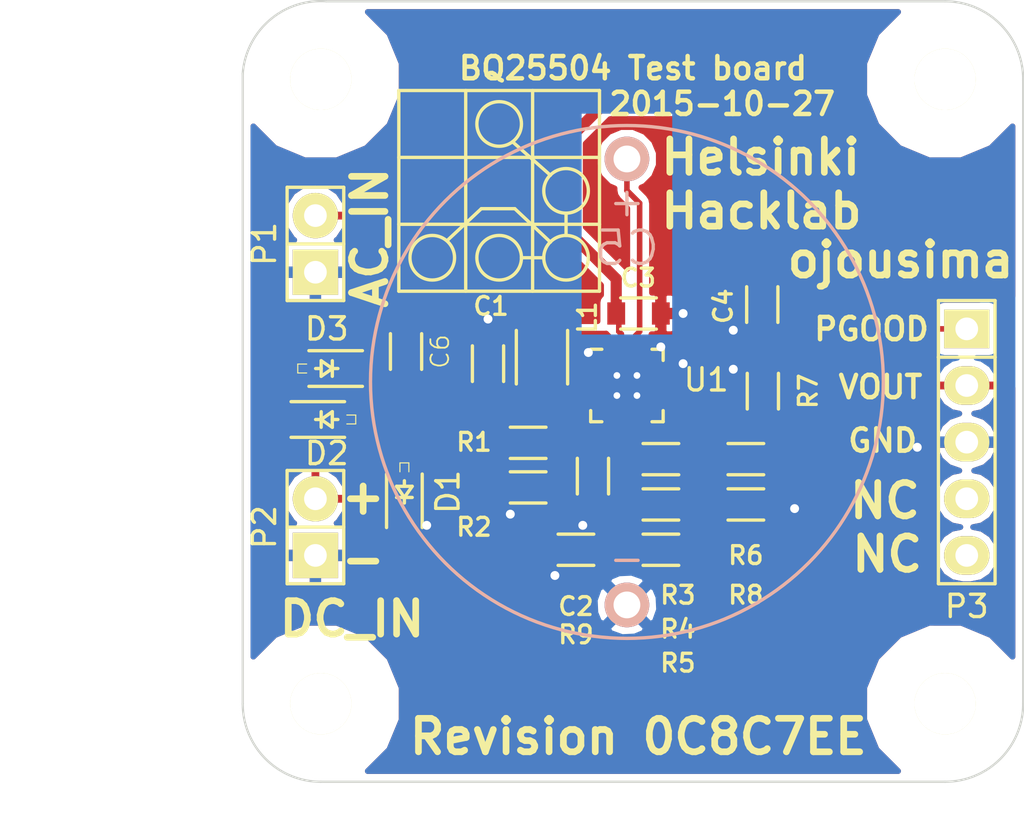
<source format=kicad_pcb>
(kicad_pcb (version 4) (host pcbnew "(2015-07-08 BZR 5908, Git 901e961)-product")

  (general
    (links 50)
    (no_connects 0)
    (area 34.464287 44.941082 82.558334 83.950001)
    (thickness 1.6)
    (drawings 43)
    (tracks 178)
    (zones 0)
    (modules 27)
    (nets 16)
  )

  (page A4)
  (layers
    (0 F.Cu signal)
    (31 B.Cu signal)
    (32 B.Adhes user)
    (33 F.Adhes user)
    (34 B.Paste user)
    (35 F.Paste user)
    (36 B.SilkS user)
    (37 F.SilkS user)
    (38 B.Mask user)
    (39 F.Mask user)
    (40 Dwgs.User user)
    (41 Cmts.User user)
    (42 Eco1.User user)
    (43 Eco2.User user)
    (44 Edge.Cuts user)
    (45 Margin user)
    (46 B.CrtYd user)
    (47 F.CrtYd user)
    (48 B.Fab user hide)
    (49 F.Fab user hide)
  )

  (setup
    (last_trace_width 0.25)
    (user_trace_width 0.15)
    (user_trace_width 0.2)
    (user_trace_width 0.25)
    (user_trace_width 0.35)
    (user_trace_width 0.5)
    (user_trace_width 0.75)
    (user_trace_width 1)
    (trace_clearance 0.18)
    (zone_clearance 0.3)
    (zone_45_only no)
    (trace_min 0.15)
    (segment_width 0.15)
    (edge_width 0.1)
    (via_size 0.6)
    (via_drill 0.4)
    (via_min_size 0.6)
    (via_min_drill 0.3)
    (user_via 0.6 0.3)
    (user_via 0.7 0.3)
    (user_via 1 0.6)
    (user_via 1.4 0.8)
    (user_via 2 1)
    (uvia_size 0.3)
    (uvia_drill 0.1)
    (uvias_allowed no)
    (uvia_min_size 0.2)
    (uvia_min_drill 0.1)
    (pcb_text_width 0.3)
    (pcb_text_size 1.5 1.5)
    (mod_edge_width 0.15)
    (mod_text_size 1 1)
    (mod_text_width 0.15)
    (pad_size 2.75 2.75)
    (pad_drill 2.75)
    (pad_to_mask_clearance 0)
    (aux_axis_origin 0 0)
    (visible_elements 7FFDFFFF)
    (pcbplotparams
      (layerselection 0x000c0_00000000)
      (usegerberextensions true)
      (excludeedgelayer false)
      (linewidth 0.100000)
      (plotframeref false)
      (viasonmask false)
      (mode 1)
      (useauxorigin false)
      (hpglpennumber 1)
      (hpglpenspeed 20)
      (hpglpendiameter 15)
      (hpglpenoverlay 2)
      (psnegative false)
      (psa4output false)
      (plotreference true)
      (plotvalue false)
      (plotinvisibletext false)
      (padsonsilk false)
      (subtractmaskfromsilk true)
      (outputformat 1)
      (mirror false)
      (drillshape 0)
      (scaleselection 1)
      (outputdirectory bq25504/))
  )

  (net 0 "")
  (net 1 GND)
  (net 2 /V_IN)
  (net 3 /V_REF)
  (net 4 /V_SYS)
  (net 5 "Net-(C5-Pad1)")
  (net 6 "Net-(L1-Pad2)")
  (net 7 /V_OC_SAMP)
  (net 8 /V_RDIV)
  (net 9 /HYST)
  (net 10 /VBUV)
  (net 11 /VBOV)
  (net 12 /PROG)
  (net 13 /VBAT_OK)
  (net 14 "Net-(C6-Pad2)")
  (net 15 "Net-(C6-Pad1)")

  (net_class Default "This is the default net class."
    (clearance 0.18)
    (trace_width 0.25)
    (via_dia 0.6)
    (via_drill 0.4)
    (uvia_dia 0.3)
    (uvia_drill 0.1)
    (add_net /HYST)
    (add_net /PROG)
    (add_net /VBAT_OK)
    (add_net /VBOV)
    (add_net /VBUV)
    (add_net /V_IN)
    (add_net /V_OC_SAMP)
    (add_net /V_RDIV)
    (add_net /V_REF)
    (add_net /V_SYS)
    (add_net GND)
    (add_net "Net-(C5-Pad1)")
    (add_net "Net-(C6-Pad1)")
    (add_net "Net-(C6-Pad2)")
    (add_net "Net-(L1-Pad2)")
  )

  (module footprints:m2.5_mechanical_npth_mount (layer F.Cu) (tedit 5614CCA7) (tstamp 5614CA58)
    (at 48.5 48.25)
    (path /5614C964)
    (fp_text reference NC1 (at 0 0.5) (layer F.SilkS) hide
      (effects (font (size 1 1) (thickness 0.15)))
    )
    (fp_text value Mounting_hole (at 0 -0.5) (layer F.Fab) hide
      (effects (font (size 1 1) (thickness 0.15)))
    )
    (pad "" np_thru_hole circle (at 0 0.25) (size 2.75 2.75) (drill 2.75) (layers *.Cu *.Mask F.SilkS)
      (clearance 2.125))
  )

  (module footprints:SMD0603_A (layer F.Cu) (tedit 561561E3) (tstamp 56030EB3)
    (at 56 61.25 90)
    (descr http://www.vishay.com/docs/45017/vjsoldfo.pdf)
    (tags 0603)
    (path /5602AFDB)
    (fp_text reference C1 (at 2.576 0.134 180) (layer F.SilkS)
      (effects (font (size 0.8 0.8) (thickness 0.15)))
    )
    (fp_text value C (at 0 0 90) (layer F.SilkS) hide
      (effects (font (size 1.5 1.5) (thickness 0.15)))
    )
    (fp_line (start 1.9 1) (end 1.9 -1) (layer F.CrtYd) (width 0.05))
    (fp_line (start 1.9 -1) (end -1.9 -1) (layer F.CrtYd) (width 0.05))
    (fp_line (start -1.9 -1) (end -1.9 1) (layer F.CrtYd) (width 0.05))
    (fp_line (start -1.9 1) (end 1.9 1) (layer F.CrtYd) (width 0.05))
    (fp_line (start -0.8 0.7) (end 0.8 0.7) (layer F.SilkS) (width 0.15))
    (fp_line (start 0.8 -0.7) (end -0.8 -0.7) (layer F.SilkS) (width 0.15))
    (fp_line (start 1.5 0.9) (end 1.5 -0.9) (layer F.Fab) (width 0.15))
    (fp_line (start 1.5 -0.9) (end -1.5 -0.9) (layer F.Fab) (width 0.15))
    (fp_line (start -1.5 -0.9) (end -1.5 0.9) (layer F.Fab) (width 0.15))
    (fp_line (start -1.5 0.9) (end 1.5 0.9) (layer F.Fab) (width 0.15))
    (fp_line (start 0.5 -0.4) (end 0.5 0.4) (layer Dwgs.User) (width 0.1))
    (fp_line (start -0.5 -0.4) (end -0.5 0.4) (layer Dwgs.User) (width 0.1))
    (fp_line (start 0.8 -0.4) (end -0.8 -0.4) (layer Dwgs.User) (width 0.15))
    (fp_line (start -0.8 -0.4) (end -0.8 0.4) (layer Dwgs.User) (width 0.15))
    (fp_line (start -0.8 0.4) (end 0.8 0.4) (layer Dwgs.User) (width 0.15))
    (fp_line (start 0.8 0.4) (end 0.8 -0.4) (layer Dwgs.User) (width 0.15))
    (pad 1 smd rect (at -1 0 90) (size 0.8 1) (layers F.Cu F.Paste F.Mask)
      (net 2 /V_IN))
    (pad 2 smd rect (at 1 0 90) (size 0.8 1) (layers F.Cu F.Paste F.Mask)
      (net 1 GND))
    (model smd/resistors/R0603/R0603.wrl
      (at (xyz 0 0 0))
      (scale (xyz 0.3937000036239624 0.3937000036239624 0.3937000036239624))
      (rotate (xyz 0 0 0))
    )
  )

  (module footprints:SMD0603_A (layer F.Cu) (tedit 5615626E) (tstamp 56030EB9)
    (at 60.706 66.294 90)
    (descr http://www.vishay.com/docs/45017/vjsoldfo.pdf)
    (tags 0603)
    (path /5602E053)
    (fp_text reference C2 (at -5.842 -0.762 180) (layer F.SilkS)
      (effects (font (size 0.8 0.8) (thickness 0.15)))
    )
    (fp_text value C (at 0 0 90) (layer F.SilkS) hide
      (effects (font (size 1.5 1.5) (thickness 0.15)))
    )
    (fp_line (start 1.9 1) (end 1.9 -1) (layer F.CrtYd) (width 0.05))
    (fp_line (start 1.9 -1) (end -1.9 -1) (layer F.CrtYd) (width 0.05))
    (fp_line (start -1.9 -1) (end -1.9 1) (layer F.CrtYd) (width 0.05))
    (fp_line (start -1.9 1) (end 1.9 1) (layer F.CrtYd) (width 0.05))
    (fp_line (start -0.8 0.7) (end 0.8 0.7) (layer F.SilkS) (width 0.15))
    (fp_line (start 0.8 -0.7) (end -0.8 -0.7) (layer F.SilkS) (width 0.15))
    (fp_line (start 1.5 0.9) (end 1.5 -0.9) (layer F.Fab) (width 0.15))
    (fp_line (start 1.5 -0.9) (end -1.5 -0.9) (layer F.Fab) (width 0.15))
    (fp_line (start -1.5 -0.9) (end -1.5 0.9) (layer F.Fab) (width 0.15))
    (fp_line (start -1.5 0.9) (end 1.5 0.9) (layer F.Fab) (width 0.15))
    (fp_line (start 0.5 -0.4) (end 0.5 0.4) (layer Dwgs.User) (width 0.1))
    (fp_line (start -0.5 -0.4) (end -0.5 0.4) (layer Dwgs.User) (width 0.1))
    (fp_line (start 0.8 -0.4) (end -0.8 -0.4) (layer Dwgs.User) (width 0.15))
    (fp_line (start -0.8 -0.4) (end -0.8 0.4) (layer Dwgs.User) (width 0.15))
    (fp_line (start -0.8 0.4) (end 0.8 0.4) (layer Dwgs.User) (width 0.15))
    (fp_line (start 0.8 0.4) (end 0.8 -0.4) (layer Dwgs.User) (width 0.15))
    (pad 1 smd rect (at -1 0 90) (size 0.8 1) (layers F.Cu F.Paste F.Mask)
      (net 1 GND))
    (pad 2 smd rect (at 1 0 90) (size 0.8 1) (layers F.Cu F.Paste F.Mask)
      (net 3 /V_REF))
    (model smd/resistors/R0603/R0603.wrl
      (at (xyz 0 0 0))
      (scale (xyz 0.3937000036239624 0.3937000036239624 0.3937000036239624))
      (rotate (xyz 0 0 0))
    )
  )

  (module footprints:SMD0603_A (layer F.Cu) (tedit 561561B8) (tstamp 56030EBF)
    (at 62.75 59)
    (descr http://www.vishay.com/docs/45017/vjsoldfo.pdf)
    (tags 0603)
    (path /5602CAFF)
    (fp_text reference C3 (at -0.012 -1.596) (layer F.SilkS)
      (effects (font (size 0.8 0.8) (thickness 0.15)))
    )
    (fp_text value C (at 0 0) (layer F.SilkS) hide
      (effects (font (size 1.5 1.5) (thickness 0.15)))
    )
    (fp_line (start 1.9 1) (end 1.9 -1) (layer F.CrtYd) (width 0.05))
    (fp_line (start 1.9 -1) (end -1.9 -1) (layer F.CrtYd) (width 0.05))
    (fp_line (start -1.9 -1) (end -1.9 1) (layer F.CrtYd) (width 0.05))
    (fp_line (start -1.9 1) (end 1.9 1) (layer F.CrtYd) (width 0.05))
    (fp_line (start -0.8 0.7) (end 0.8 0.7) (layer F.SilkS) (width 0.15))
    (fp_line (start 0.8 -0.7) (end -0.8 -0.7) (layer F.SilkS) (width 0.15))
    (fp_line (start 1.5 0.9) (end 1.5 -0.9) (layer F.Fab) (width 0.15))
    (fp_line (start 1.5 -0.9) (end -1.5 -0.9) (layer F.Fab) (width 0.15))
    (fp_line (start -1.5 -0.9) (end -1.5 0.9) (layer F.Fab) (width 0.15))
    (fp_line (start -1.5 0.9) (end 1.5 0.9) (layer F.Fab) (width 0.15))
    (fp_line (start 0.5 -0.4) (end 0.5 0.4) (layer Dwgs.User) (width 0.1))
    (fp_line (start -0.5 -0.4) (end -0.5 0.4) (layer Dwgs.User) (width 0.1))
    (fp_line (start 0.8 -0.4) (end -0.8 -0.4) (layer Dwgs.User) (width 0.15))
    (fp_line (start -0.8 -0.4) (end -0.8 0.4) (layer Dwgs.User) (width 0.15))
    (fp_line (start -0.8 0.4) (end 0.8 0.4) (layer Dwgs.User) (width 0.15))
    (fp_line (start 0.8 0.4) (end 0.8 -0.4) (layer Dwgs.User) (width 0.15))
    (pad 1 smd rect (at -1 0) (size 0.8 1) (layers F.Cu F.Paste F.Mask)
      (net 4 /V_SYS))
    (pad 2 smd rect (at 1 0) (size 0.8 1) (layers F.Cu F.Paste F.Mask)
      (net 1 GND))
    (model smd/resistors/R0603/R0603.wrl
      (at (xyz 0 0 0))
      (scale (xyz 0.3937 0.3937 0.3937))
      (rotate (xyz 0 0 0))
    )
  )

  (module footprints:SMD0603_A (layer F.Cu) (tedit 561561B0) (tstamp 56030EC5)
    (at 68.3 58.6 270)
    (descr http://www.vishay.com/docs/45017/vjsoldfo.pdf)
    (tags 0603)
    (path /5602CB34)
    (fp_text reference C4 (at 0.074 1.752 270) (layer F.SilkS)
      (effects (font (size 0.8 0.8) (thickness 0.15)))
    )
    (fp_text value C (at 0 0 270) (layer F.SilkS) hide
      (effects (font (size 1.5 1.5) (thickness 0.15)))
    )
    (fp_line (start 1.9 1) (end 1.9 -1) (layer F.CrtYd) (width 0.05))
    (fp_line (start 1.9 -1) (end -1.9 -1) (layer F.CrtYd) (width 0.05))
    (fp_line (start -1.9 -1) (end -1.9 1) (layer F.CrtYd) (width 0.05))
    (fp_line (start -1.9 1) (end 1.9 1) (layer F.CrtYd) (width 0.05))
    (fp_line (start -0.8 0.7) (end 0.8 0.7) (layer F.SilkS) (width 0.15))
    (fp_line (start 0.8 -0.7) (end -0.8 -0.7) (layer F.SilkS) (width 0.15))
    (fp_line (start 1.5 0.9) (end 1.5 -0.9) (layer F.Fab) (width 0.15))
    (fp_line (start 1.5 -0.9) (end -1.5 -0.9) (layer F.Fab) (width 0.15))
    (fp_line (start -1.5 -0.9) (end -1.5 0.9) (layer F.Fab) (width 0.15))
    (fp_line (start -1.5 0.9) (end 1.5 0.9) (layer F.Fab) (width 0.15))
    (fp_line (start 0.5 -0.4) (end 0.5 0.4) (layer Dwgs.User) (width 0.1))
    (fp_line (start -0.5 -0.4) (end -0.5 0.4) (layer Dwgs.User) (width 0.1))
    (fp_line (start 0.8 -0.4) (end -0.8 -0.4) (layer Dwgs.User) (width 0.15))
    (fp_line (start -0.8 -0.4) (end -0.8 0.4) (layer Dwgs.User) (width 0.15))
    (fp_line (start -0.8 0.4) (end 0.8 0.4) (layer Dwgs.User) (width 0.15))
    (fp_line (start 0.8 0.4) (end 0.8 -0.4) (layer Dwgs.User) (width 0.15))
    (pad 1 smd rect (at -1 0 270) (size 0.8 1) (layers F.Cu F.Paste F.Mask)
      (net 4 /V_SYS))
    (pad 2 smd rect (at 1 0 270) (size 0.8 1) (layers F.Cu F.Paste F.Mask)
      (net 1 GND))
    (model smd/resistors/R0603/R0603.wrl
      (at (xyz 0 0 0))
      (scale (xyz 0.3937000036239624 0.3937000036239624 0.3937000036239624))
      (rotate (xyz 0 0 0))
    )
  )

  (module footprints:EECRG0V155HN (layer B.Cu) (tedit 55FF140A) (tstamp 56030ECB)
    (at 62.23 52.07 180)
    (path /5602E790)
    (fp_text reference C5 (at 0 -4 180) (layer B.SilkS)
      (effects (font (size 1.5 1.5) (thickness 0.15)) (justify mirror))
    )
    (fp_text value "EECRG0V155(V|H)N" (at 0 -10 180) (layer B.Fab)
      (effects (font (size 1.5 1.5) (thickness 0.15)) (justify mirror))
    )
    (fp_line (start 1.5 -20) (end 2.5 -20) (layer B.Fab) (width 0.15))
    (fp_line (start 2 0.5) (end 2 -0.5) (layer B.Fab) (width 0.15))
    (fp_line (start 1.5 0) (end 2.5 0) (layer B.Fab) (width 0.15))
    (fp_circle (center 0 -10) (end 11 -10) (layer B.Fab) (width 0.05))
    (fp_line (start 0.5 -18) (end -0.5 -18) (layer B.SilkS) (width 0.15))
    (fp_line (start -0.5 -2) (end 0.5 -2) (layer B.SilkS) (width 0.15))
    (fp_line (start 0 -1.5) (end 0 -2.5) (layer B.SilkS) (width 0.15))
    (fp_circle (center 0 -10) (end 11.5 -10) (layer B.SilkS) (width 0.15))
    (fp_circle (center 0 -10) (end 12 -10) (layer B.CrtYd) (width 0.05))
    (fp_circle (center 0 -10) (end 9.5 -10) (layer Dwgs.User) (width 0.15))
    (pad 1 thru_hole circle (at 0 0 180) (size 2 2) (drill 1.2) (layers *.Cu *.Mask B.SilkS)
      (net 5 "Net-(C5-Pad1)"))
    (pad 2 thru_hole circle (at 0 -20 180) (size 2 2) (drill 1.2) (layers *.Cu *.Mask B.SilkS)
      (net 1 GND))
  )

  (module footprints:SMD1206_A (layer F.Cu) (tedit 561561D0) (tstamp 56030ED8)
    (at 58.42 60.96 90)
    (descr http://www.samsungsem.com/servlet/FileDownload?filename=productcatalog/pdf/MLCC.pdf)
    (path /5602AF94)
    (fp_text reference L1 (at 1.778 2.032 90) (layer F.SilkS)
      (effects (font (size 0.8 0.8) (thickness 0.15)))
    )
    (fp_text value INDUCTOR_SMALL (at 0 0 90) (layer F.SilkS) hide
      (effects (font (size 1.5 1.5) (thickness 0.15)))
    )
    (fp_line (start 2.6 -1.4) (end -2.6 -1.4) (layer F.Fab) (width 0.15))
    (fp_line (start -2.6 -1.4) (end -2.6 1.4) (layer F.Fab) (width 0.15))
    (fp_line (start -2.6 1.4) (end 2.6 1.4) (layer F.Fab) (width 0.15))
    (fp_line (start 2.6 1.4) (end 2.6 -1.4) (layer F.Fab) (width 0.15))
    (fp_line (start 2.6 -1.4) (end -2.6 -1.4) (layer F.CrtYd) (width 0.05))
    (fp_line (start -2.6 -1.4) (end -2.6 1.4) (layer F.CrtYd) (width 0.05))
    (fp_line (start -2.6 1.4) (end 2.6 1.4) (layer F.CrtYd) (width 0.05))
    (fp_line (start 2.6 1.4) (end 2.6 -1.4) (layer F.CrtYd) (width 0.05))
    (fp_line (start -1.2 1.15) (end 1.2 1.15) (layer F.SilkS) (width 0.15))
    (fp_line (start 1.2 -1.15) (end -1.2 -1.15) (layer F.SilkS) (width 0.15))
    (fp_line (start -1.1 -0.8) (end -1.1 0.8) (layer Dwgs.User) (width 0.15))
    (fp_line (start 1.1 0.8) (end 1.1 -0.8) (layer Dwgs.User) (width 0.15))
    (fp_line (start -1.6 0.8) (end -1.6 -0.8) (layer Dwgs.User) (width 0.15))
    (fp_line (start 1.6 -0.8) (end 1.6 0.8) (layer Dwgs.User) (width 0.15))
    (fp_line (start 1.6 0.8) (end -1.6 0.8) (layer Dwgs.User) (width 0.15))
    (fp_line (start -1.6 -0.8) (end 1.6 -0.8) (layer Dwgs.User) (width 0.15))
    (pad 1 smd rect (at -1.4 0 90) (size 1.4 1.8) (layers F.Cu F.Paste F.Mask)
      (net 2 /V_IN))
    (pad 2 smd rect (at 1.4 0 90) (size 1.4 1.8) (layers F.Cu F.Paste F.Mask)
      (net 6 "Net-(L1-Pad2)"))
    (model smd/resistors/r_1206.wrl
      (at (xyz 0 0 0))
      (scale (xyz 1 1 1))
      (rotate (xyz 0 0 0))
    )
  )

  (module footprints:Pin_Header_Straight_1x02 (layer F.Cu) (tedit 0) (tstamp 56030EDE)
    (at 48.26 55.88 90)
    (descr "Through hole pin header")
    (tags "pin header")
    (path /56031950)
    (fp_text reference P1 (at 0 -2.286 90) (layer F.SilkS)
      (effects (font (size 1 1) (thickness 0.15)))
    )
    (fp_text value CONN_01X02 (at 0 0 90) (layer F.SilkS) hide
      (effects (font (size 1 1) (thickness 0.15)))
    )
    (fp_line (start 0 -1.27) (end 0 1.27) (layer F.SilkS) (width 0.15))
    (fp_line (start -2.54 -1.27) (end -2.54 1.27) (layer F.SilkS) (width 0.15))
    (fp_line (start -2.54 1.27) (end 0 1.27) (layer F.SilkS) (width 0.15))
    (fp_line (start 0 1.27) (end 2.54 1.27) (layer F.SilkS) (width 0.15))
    (fp_line (start 2.54 1.27) (end 2.54 -1.27) (layer F.SilkS) (width 0.15))
    (fp_line (start 2.54 -1.27) (end -2.54 -1.27) (layer F.SilkS) (width 0.15))
    (pad 1 thru_hole rect (at -1.27 0 90) (size 2.032 2.032) (drill 1.016) (layers *.Cu *.Mask F.SilkS)
      (net 1 GND))
    (pad 2 thru_hole oval (at 1.27 0 90) (size 2.032 2.032) (drill 1.016) (layers *.Cu *.Mask F.SilkS)
      (net 14 "Net-(C6-Pad2)"))
    (model Pin_Headers/Pin_Header_Straight_1x02.wrl
      (at (xyz 0 0 0))
      (scale (xyz 1 1 1))
      (rotate (xyz 0 0 0))
    )
  )

  (module footprints:Pin_Header_Straight_1x02 (layer F.Cu) (tedit 0) (tstamp 56030EE4)
    (at 48.26 68.58 90)
    (descr "Through hole pin header")
    (tags "pin header")
    (path /560311D8)
    (fp_text reference P2 (at 0 -2.286 90) (layer F.SilkS)
      (effects (font (size 1 1) (thickness 0.15)))
    )
    (fp_text value CONN_01X02 (at 0 0 90) (layer F.SilkS) hide
      (effects (font (size 1 1) (thickness 0.15)))
    )
    (fp_line (start 0 -1.27) (end 0 1.27) (layer F.SilkS) (width 0.15))
    (fp_line (start -2.54 -1.27) (end -2.54 1.27) (layer F.SilkS) (width 0.15))
    (fp_line (start -2.54 1.27) (end 0 1.27) (layer F.SilkS) (width 0.15))
    (fp_line (start 0 1.27) (end 2.54 1.27) (layer F.SilkS) (width 0.15))
    (fp_line (start 2.54 1.27) (end 2.54 -1.27) (layer F.SilkS) (width 0.15))
    (fp_line (start 2.54 -1.27) (end -2.54 -1.27) (layer F.SilkS) (width 0.15))
    (pad 1 thru_hole rect (at -1.27 0 90) (size 2.032 2.032) (drill 1.016) (layers *.Cu *.Mask F.SilkS)
      (net 1 GND))
    (pad 2 thru_hole oval (at 1.27 0 90) (size 2.032 2.032) (drill 1.016) (layers *.Cu *.Mask F.SilkS)
      (net 2 /V_IN))
    (model Pin_Headers/Pin_Header_Straight_1x02.wrl
      (at (xyz 0 0 0))
      (scale (xyz 1 1 1))
      (rotate (xyz 0 0 0))
    )
  )

  (module footprints:SMD0603_A (layer F.Cu) (tedit 56156200) (tstamp 56030EEA)
    (at 57.8 64.8)
    (descr http://www.vishay.com/docs/45017/vjsoldfo.pdf)
    (tags 0603)
    (path /5602B04E)
    (fp_text reference R1 (at -2.428 -0.03) (layer F.SilkS)
      (effects (font (size 0.8 0.8) (thickness 0.15)))
    )
    (fp_text value R_Small (at 0 0) (layer F.SilkS) hide
      (effects (font (size 1.5 1.5) (thickness 0.15)))
    )
    (fp_line (start 1.9 1) (end 1.9 -1) (layer F.CrtYd) (width 0.05))
    (fp_line (start 1.9 -1) (end -1.9 -1) (layer F.CrtYd) (width 0.05))
    (fp_line (start -1.9 -1) (end -1.9 1) (layer F.CrtYd) (width 0.05))
    (fp_line (start -1.9 1) (end 1.9 1) (layer F.CrtYd) (width 0.05))
    (fp_line (start -0.8 0.7) (end 0.8 0.7) (layer F.SilkS) (width 0.15))
    (fp_line (start 0.8 -0.7) (end -0.8 -0.7) (layer F.SilkS) (width 0.15))
    (fp_line (start 1.5 0.9) (end 1.5 -0.9) (layer F.Fab) (width 0.15))
    (fp_line (start 1.5 -0.9) (end -1.5 -0.9) (layer F.Fab) (width 0.15))
    (fp_line (start -1.5 -0.9) (end -1.5 0.9) (layer F.Fab) (width 0.15))
    (fp_line (start -1.5 0.9) (end 1.5 0.9) (layer F.Fab) (width 0.15))
    (fp_line (start 0.5 -0.4) (end 0.5 0.4) (layer Dwgs.User) (width 0.1))
    (fp_line (start -0.5 -0.4) (end -0.5 0.4) (layer Dwgs.User) (width 0.1))
    (fp_line (start 0.8 -0.4) (end -0.8 -0.4) (layer Dwgs.User) (width 0.15))
    (fp_line (start -0.8 -0.4) (end -0.8 0.4) (layer Dwgs.User) (width 0.15))
    (fp_line (start -0.8 0.4) (end 0.8 0.4) (layer Dwgs.User) (width 0.15))
    (fp_line (start 0.8 0.4) (end 0.8 -0.4) (layer Dwgs.User) (width 0.15))
    (pad 1 smd rect (at -1 0) (size 0.8 1) (layers F.Cu F.Paste F.Mask)
      (net 2 /V_IN))
    (pad 2 smd rect (at 1 0) (size 0.8 1) (layers F.Cu F.Paste F.Mask)
      (net 7 /V_OC_SAMP))
    (model smd/resistors/R0603/R0603.wrl
      (at (xyz 0 0 0))
      (scale (xyz 0.3937000036239624 0.3937000036239624 0.3937000036239624))
      (rotate (xyz 0 0 0))
    )
  )

  (module footprints:SMD0603_A (layer F.Cu) (tedit 5615620E) (tstamp 56030EF0)
    (at 57.8 66.8 180)
    (descr http://www.vishay.com/docs/45017/vjsoldfo.pdf)
    (tags 0603)
    (path /5602B097)
    (fp_text reference R2 (at 2.428 -1.78 180) (layer F.SilkS)
      (effects (font (size 0.8 0.8) (thickness 0.15)))
    )
    (fp_text value R_Small (at 0 0 180) (layer F.SilkS) hide
      (effects (font (size 1.5 1.5) (thickness 0.15)))
    )
    (fp_line (start 1.9 1) (end 1.9 -1) (layer F.CrtYd) (width 0.05))
    (fp_line (start 1.9 -1) (end -1.9 -1) (layer F.CrtYd) (width 0.05))
    (fp_line (start -1.9 -1) (end -1.9 1) (layer F.CrtYd) (width 0.05))
    (fp_line (start -1.9 1) (end 1.9 1) (layer F.CrtYd) (width 0.05))
    (fp_line (start -0.8 0.7) (end 0.8 0.7) (layer F.SilkS) (width 0.15))
    (fp_line (start 0.8 -0.7) (end -0.8 -0.7) (layer F.SilkS) (width 0.15))
    (fp_line (start 1.5 0.9) (end 1.5 -0.9) (layer F.Fab) (width 0.15))
    (fp_line (start 1.5 -0.9) (end -1.5 -0.9) (layer F.Fab) (width 0.15))
    (fp_line (start -1.5 -0.9) (end -1.5 0.9) (layer F.Fab) (width 0.15))
    (fp_line (start -1.5 0.9) (end 1.5 0.9) (layer F.Fab) (width 0.15))
    (fp_line (start 0.5 -0.4) (end 0.5 0.4) (layer Dwgs.User) (width 0.1))
    (fp_line (start -0.5 -0.4) (end -0.5 0.4) (layer Dwgs.User) (width 0.1))
    (fp_line (start 0.8 -0.4) (end -0.8 -0.4) (layer Dwgs.User) (width 0.15))
    (fp_line (start -0.8 -0.4) (end -0.8 0.4) (layer Dwgs.User) (width 0.15))
    (fp_line (start -0.8 0.4) (end 0.8 0.4) (layer Dwgs.User) (width 0.15))
    (fp_line (start 0.8 0.4) (end 0.8 -0.4) (layer Dwgs.User) (width 0.15))
    (pad 1 smd rect (at -1 0 180) (size 0.8 1) (layers F.Cu F.Paste F.Mask)
      (net 7 /V_OC_SAMP))
    (pad 2 smd rect (at 1 0 180) (size 0.8 1) (layers F.Cu F.Paste F.Mask)
      (net 1 GND))
    (model smd/resistors/R0603/R0603.wrl
      (at (xyz 0 0 0))
      (scale (xyz 0.3937000036239624 0.3937000036239624 0.3937000036239624))
      (rotate (xyz 0 0 0))
    )
  )

  (module footprints:SMD0603_A (layer F.Cu) (tedit 56156227) (tstamp 56030EF6)
    (at 63.754 65.532)
    (descr http://www.vishay.com/docs/45017/vjsoldfo.pdf)
    (tags 0603)
    (path /5602B0F0)
    (fp_text reference R3 (at 0.762 6.096) (layer F.SilkS)
      (effects (font (size 0.8 0.8) (thickness 0.15)))
    )
    (fp_text value R_Small (at 0 0) (layer F.SilkS) hide
      (effects (font (size 1.5 1.5) (thickness 0.15)))
    )
    (fp_line (start 1.9 1) (end 1.9 -1) (layer F.CrtYd) (width 0.05))
    (fp_line (start 1.9 -1) (end -1.9 -1) (layer F.CrtYd) (width 0.05))
    (fp_line (start -1.9 -1) (end -1.9 1) (layer F.CrtYd) (width 0.05))
    (fp_line (start -1.9 1) (end 1.9 1) (layer F.CrtYd) (width 0.05))
    (fp_line (start -0.8 0.7) (end 0.8 0.7) (layer F.SilkS) (width 0.15))
    (fp_line (start 0.8 -0.7) (end -0.8 -0.7) (layer F.SilkS) (width 0.15))
    (fp_line (start 1.5 0.9) (end 1.5 -0.9) (layer F.Fab) (width 0.15))
    (fp_line (start 1.5 -0.9) (end -1.5 -0.9) (layer F.Fab) (width 0.15))
    (fp_line (start -1.5 -0.9) (end -1.5 0.9) (layer F.Fab) (width 0.15))
    (fp_line (start -1.5 0.9) (end 1.5 0.9) (layer F.Fab) (width 0.15))
    (fp_line (start 0.5 -0.4) (end 0.5 0.4) (layer Dwgs.User) (width 0.1))
    (fp_line (start -0.5 -0.4) (end -0.5 0.4) (layer Dwgs.User) (width 0.1))
    (fp_line (start 0.8 -0.4) (end -0.8 -0.4) (layer Dwgs.User) (width 0.15))
    (fp_line (start -0.8 -0.4) (end -0.8 0.4) (layer Dwgs.User) (width 0.15))
    (fp_line (start -0.8 0.4) (end 0.8 0.4) (layer Dwgs.User) (width 0.15))
    (fp_line (start 0.8 0.4) (end 0.8 -0.4) (layer Dwgs.User) (width 0.15))
    (pad 1 smd rect (at -1 0) (size 0.8 1) (layers F.Cu F.Paste F.Mask)
      (net 8 /V_RDIV))
    (pad 2 smd rect (at 1 0) (size 0.8 1) (layers F.Cu F.Paste F.Mask)
      (net 9 /HYST))
    (model smd/resistors/R0603/R0603.wrl
      (at (xyz 0 0 0))
      (scale (xyz 0.3937000036239624 0.3937000036239624 0.3937000036239624))
      (rotate (xyz 0 0 0))
    )
  )

  (module footprints:SMD0603_A (layer F.Cu) (tedit 56156235) (tstamp 56030EFC)
    (at 63.754 67.564)
    (descr http://www.vishay.com/docs/45017/vjsoldfo.pdf)
    (tags 0603)
    (path /5602B189)
    (fp_text reference R4 (at 0.762 5.588) (layer F.SilkS)
      (effects (font (size 0.8 0.8) (thickness 0.15)))
    )
    (fp_text value R_Small (at 0 0) (layer F.SilkS) hide
      (effects (font (size 1.5 1.5) (thickness 0.15)))
    )
    (fp_line (start 1.9 1) (end 1.9 -1) (layer F.CrtYd) (width 0.05))
    (fp_line (start 1.9 -1) (end -1.9 -1) (layer F.CrtYd) (width 0.05))
    (fp_line (start -1.9 -1) (end -1.9 1) (layer F.CrtYd) (width 0.05))
    (fp_line (start -1.9 1) (end 1.9 1) (layer F.CrtYd) (width 0.05))
    (fp_line (start -0.8 0.7) (end 0.8 0.7) (layer F.SilkS) (width 0.15))
    (fp_line (start 0.8 -0.7) (end -0.8 -0.7) (layer F.SilkS) (width 0.15))
    (fp_line (start 1.5 0.9) (end 1.5 -0.9) (layer F.Fab) (width 0.15))
    (fp_line (start 1.5 -0.9) (end -1.5 -0.9) (layer F.Fab) (width 0.15))
    (fp_line (start -1.5 -0.9) (end -1.5 0.9) (layer F.Fab) (width 0.15))
    (fp_line (start -1.5 0.9) (end 1.5 0.9) (layer F.Fab) (width 0.15))
    (fp_line (start 0.5 -0.4) (end 0.5 0.4) (layer Dwgs.User) (width 0.1))
    (fp_line (start -0.5 -0.4) (end -0.5 0.4) (layer Dwgs.User) (width 0.1))
    (fp_line (start 0.8 -0.4) (end -0.8 -0.4) (layer Dwgs.User) (width 0.15))
    (fp_line (start -0.8 -0.4) (end -0.8 0.4) (layer Dwgs.User) (width 0.15))
    (fp_line (start -0.8 0.4) (end 0.8 0.4) (layer Dwgs.User) (width 0.15))
    (fp_line (start 0.8 0.4) (end 0.8 -0.4) (layer Dwgs.User) (width 0.15))
    (pad 1 smd rect (at -1 0) (size 0.8 1) (layers F.Cu F.Paste F.Mask)
      (net 8 /V_RDIV))
    (pad 2 smd rect (at 1 0) (size 0.8 1) (layers F.Cu F.Paste F.Mask)
      (net 10 /VBUV))
    (model smd/resistors/R0603/R0603.wrl
      (at (xyz 0 0 0))
      (scale (xyz 0.3937000036239624 0.3937000036239624 0.3937000036239624))
      (rotate (xyz 0 0 0))
    )
  )

  (module footprints:SMD0603_A (layer F.Cu) (tedit 5615623E) (tstamp 56030F02)
    (at 63.754 69.596)
    (descr http://www.vishay.com/docs/45017/vjsoldfo.pdf)
    (tags 0603)
    (path /5602B28D)
    (fp_text reference R5 (at 0.762 5.08) (layer F.SilkS)
      (effects (font (size 0.8 0.8) (thickness 0.15)))
    )
    (fp_text value R_Small (at 0 0) (layer F.SilkS) hide
      (effects (font (size 1.5 1.5) (thickness 0.15)))
    )
    (fp_line (start 1.9 1) (end 1.9 -1) (layer F.CrtYd) (width 0.05))
    (fp_line (start 1.9 -1) (end -1.9 -1) (layer F.CrtYd) (width 0.05))
    (fp_line (start -1.9 -1) (end -1.9 1) (layer F.CrtYd) (width 0.05))
    (fp_line (start -1.9 1) (end 1.9 1) (layer F.CrtYd) (width 0.05))
    (fp_line (start -0.8 0.7) (end 0.8 0.7) (layer F.SilkS) (width 0.15))
    (fp_line (start 0.8 -0.7) (end -0.8 -0.7) (layer F.SilkS) (width 0.15))
    (fp_line (start 1.5 0.9) (end 1.5 -0.9) (layer F.Fab) (width 0.15))
    (fp_line (start 1.5 -0.9) (end -1.5 -0.9) (layer F.Fab) (width 0.15))
    (fp_line (start -1.5 -0.9) (end -1.5 0.9) (layer F.Fab) (width 0.15))
    (fp_line (start -1.5 0.9) (end 1.5 0.9) (layer F.Fab) (width 0.15))
    (fp_line (start 0.5 -0.4) (end 0.5 0.4) (layer Dwgs.User) (width 0.1))
    (fp_line (start -0.5 -0.4) (end -0.5 0.4) (layer Dwgs.User) (width 0.1))
    (fp_line (start 0.8 -0.4) (end -0.8 -0.4) (layer Dwgs.User) (width 0.15))
    (fp_line (start -0.8 -0.4) (end -0.8 0.4) (layer Dwgs.User) (width 0.15))
    (fp_line (start -0.8 0.4) (end 0.8 0.4) (layer Dwgs.User) (width 0.15))
    (fp_line (start 0.8 0.4) (end 0.8 -0.4) (layer Dwgs.User) (width 0.15))
    (pad 1 smd rect (at -1 0) (size 0.8 1) (layers F.Cu F.Paste F.Mask)
      (net 8 /V_RDIV))
    (pad 2 smd rect (at 1 0) (size 0.8 1) (layers F.Cu F.Paste F.Mask)
      (net 11 /VBOV))
    (model smd/resistors/R0603/R0603.wrl
      (at (xyz 0 0 0))
      (scale (xyz 0.3937000036239624 0.3937000036239624 0.3937000036239624))
      (rotate (xyz 0 0 0))
    )
  )

  (module footprints:SMD0603_A (layer F.Cu) (tedit 56156197) (tstamp 56030F08)
    (at 67.564 65.532)
    (descr http://www.vishay.com/docs/45017/vjsoldfo.pdf)
    (tags 0603)
    (path /5602B303)
    (fp_text reference R6 (at 0 4.318) (layer F.SilkS)
      (effects (font (size 0.8 0.8) (thickness 0.15)))
    )
    (fp_text value R_Small (at 0 0) (layer F.SilkS) hide
      (effects (font (size 1.5 1.5) (thickness 0.15)))
    )
    (fp_line (start 1.9 1) (end 1.9 -1) (layer F.CrtYd) (width 0.05))
    (fp_line (start 1.9 -1) (end -1.9 -1) (layer F.CrtYd) (width 0.05))
    (fp_line (start -1.9 -1) (end -1.9 1) (layer F.CrtYd) (width 0.05))
    (fp_line (start -1.9 1) (end 1.9 1) (layer F.CrtYd) (width 0.05))
    (fp_line (start -0.8 0.7) (end 0.8 0.7) (layer F.SilkS) (width 0.15))
    (fp_line (start 0.8 -0.7) (end -0.8 -0.7) (layer F.SilkS) (width 0.15))
    (fp_line (start 1.5 0.9) (end 1.5 -0.9) (layer F.Fab) (width 0.15))
    (fp_line (start 1.5 -0.9) (end -1.5 -0.9) (layer F.Fab) (width 0.15))
    (fp_line (start -1.5 -0.9) (end -1.5 0.9) (layer F.Fab) (width 0.15))
    (fp_line (start -1.5 0.9) (end 1.5 0.9) (layer F.Fab) (width 0.15))
    (fp_line (start 0.5 -0.4) (end 0.5 0.4) (layer Dwgs.User) (width 0.1))
    (fp_line (start -0.5 -0.4) (end -0.5 0.4) (layer Dwgs.User) (width 0.1))
    (fp_line (start 0.8 -0.4) (end -0.8 -0.4) (layer Dwgs.User) (width 0.15))
    (fp_line (start -0.8 -0.4) (end -0.8 0.4) (layer Dwgs.User) (width 0.15))
    (fp_line (start -0.8 0.4) (end 0.8 0.4) (layer Dwgs.User) (width 0.15))
    (fp_line (start 0.8 0.4) (end 0.8 -0.4) (layer Dwgs.User) (width 0.15))
    (pad 1 smd rect (at -1 0) (size 0.8 1) (layers F.Cu F.Paste F.Mask)
      (net 9 /HYST))
    (pad 2 smd rect (at 1 0) (size 0.8 1) (layers F.Cu F.Paste F.Mask)
      (net 12 /PROG))
    (model smd/resistors/R0603/R0603.wrl
      (at (xyz 0 0 0))
      (scale (xyz 0.3937000036239624 0.3937000036239624 0.3937000036239624))
      (rotate (xyz 0 0 0))
    )
  )

  (module footprints:SMD0603_A (layer F.Cu) (tedit 561561A9) (tstamp 56030F0E)
    (at 68.326 62.484 90)
    (descr http://www.vishay.com/docs/45017/vjsoldfo.pdf)
    (tags 0603)
    (path /5602B340)
    (fp_text reference R7 (at 0 2.032 90) (layer F.SilkS)
      (effects (font (size 0.8 0.8) (thickness 0.15)))
    )
    (fp_text value R_Small (at 0 0 90) (layer F.SilkS) hide
      (effects (font (size 1.5 1.5) (thickness 0.15)))
    )
    (fp_line (start 1.9 1) (end 1.9 -1) (layer F.CrtYd) (width 0.05))
    (fp_line (start 1.9 -1) (end -1.9 -1) (layer F.CrtYd) (width 0.05))
    (fp_line (start -1.9 -1) (end -1.9 1) (layer F.CrtYd) (width 0.05))
    (fp_line (start -1.9 1) (end 1.9 1) (layer F.CrtYd) (width 0.05))
    (fp_line (start -0.8 0.7) (end 0.8 0.7) (layer F.SilkS) (width 0.15))
    (fp_line (start 0.8 -0.7) (end -0.8 -0.7) (layer F.SilkS) (width 0.15))
    (fp_line (start 1.5 0.9) (end 1.5 -0.9) (layer F.Fab) (width 0.15))
    (fp_line (start 1.5 -0.9) (end -1.5 -0.9) (layer F.Fab) (width 0.15))
    (fp_line (start -1.5 -0.9) (end -1.5 0.9) (layer F.Fab) (width 0.15))
    (fp_line (start -1.5 0.9) (end 1.5 0.9) (layer F.Fab) (width 0.15))
    (fp_line (start 0.5 -0.4) (end 0.5 0.4) (layer Dwgs.User) (width 0.1))
    (fp_line (start -0.5 -0.4) (end -0.5 0.4) (layer Dwgs.User) (width 0.1))
    (fp_line (start 0.8 -0.4) (end -0.8 -0.4) (layer Dwgs.User) (width 0.15))
    (fp_line (start -0.8 -0.4) (end -0.8 0.4) (layer Dwgs.User) (width 0.15))
    (fp_line (start -0.8 0.4) (end 0.8 0.4) (layer Dwgs.User) (width 0.15))
    (fp_line (start 0.8 0.4) (end 0.8 -0.4) (layer Dwgs.User) (width 0.15))
    (pad 1 smd rect (at -1 0 90) (size 0.8 1) (layers F.Cu F.Paste F.Mask)
      (net 12 /PROG))
    (pad 2 smd rect (at 1 0 90) (size 0.8 1) (layers F.Cu F.Paste F.Mask)
      (net 1 GND))
    (model smd/resistors/R0603/R0603.wrl
      (at (xyz 0 0 0))
      (scale (xyz 0.3937000036239624 0.3937000036239624 0.3937000036239624))
      (rotate (xyz 0 0 0))
    )
  )

  (module footprints:SMD0603_A (layer F.Cu) (tedit 561561A2) (tstamp 56030F14)
    (at 67.564 67.564)
    (descr http://www.vishay.com/docs/45017/vjsoldfo.pdf)
    (tags 0603)
    (path /5602B3EC)
    (fp_text reference R8 (at 0 4.064) (layer F.SilkS)
      (effects (font (size 0.8 0.8) (thickness 0.15)))
    )
    (fp_text value R_Small (at 0 0) (layer F.SilkS) hide
      (effects (font (size 1.5 1.5) (thickness 0.15)))
    )
    (fp_line (start 1.9 1) (end 1.9 -1) (layer F.CrtYd) (width 0.05))
    (fp_line (start 1.9 -1) (end -1.9 -1) (layer F.CrtYd) (width 0.05))
    (fp_line (start -1.9 -1) (end -1.9 1) (layer F.CrtYd) (width 0.05))
    (fp_line (start -1.9 1) (end 1.9 1) (layer F.CrtYd) (width 0.05))
    (fp_line (start -0.8 0.7) (end 0.8 0.7) (layer F.SilkS) (width 0.15))
    (fp_line (start 0.8 -0.7) (end -0.8 -0.7) (layer F.SilkS) (width 0.15))
    (fp_line (start 1.5 0.9) (end 1.5 -0.9) (layer F.Fab) (width 0.15))
    (fp_line (start 1.5 -0.9) (end -1.5 -0.9) (layer F.Fab) (width 0.15))
    (fp_line (start -1.5 -0.9) (end -1.5 0.9) (layer F.Fab) (width 0.15))
    (fp_line (start -1.5 0.9) (end 1.5 0.9) (layer F.Fab) (width 0.15))
    (fp_line (start 0.5 -0.4) (end 0.5 0.4) (layer Dwgs.User) (width 0.1))
    (fp_line (start -0.5 -0.4) (end -0.5 0.4) (layer Dwgs.User) (width 0.1))
    (fp_line (start 0.8 -0.4) (end -0.8 -0.4) (layer Dwgs.User) (width 0.15))
    (fp_line (start -0.8 -0.4) (end -0.8 0.4) (layer Dwgs.User) (width 0.15))
    (fp_line (start -0.8 0.4) (end 0.8 0.4) (layer Dwgs.User) (width 0.15))
    (fp_line (start 0.8 0.4) (end 0.8 -0.4) (layer Dwgs.User) (width 0.15))
    (pad 1 smd rect (at -1 0) (size 0.8 1) (layers F.Cu F.Paste F.Mask)
      (net 10 /VBUV))
    (pad 2 smd rect (at 1 0) (size 0.8 1) (layers F.Cu F.Paste F.Mask)
      (net 1 GND))
    (model smd/resistors/R0603/R0603.wrl
      (at (xyz 0 0 0))
      (scale (xyz 0.3937000036239624 0.3937000036239624 0.3937000036239624))
      (rotate (xyz 0 0 0))
    )
  )

  (module footprints:SMD0603_A (layer F.Cu) (tedit 56156266) (tstamp 56030F1A)
    (at 59.944 69.596 180)
    (descr http://www.vishay.com/docs/45017/vjsoldfo.pdf)
    (tags 0603)
    (path /5602B2DC)
    (fp_text reference R9 (at 0 -3.81 180) (layer F.SilkS)
      (effects (font (size 0.8 0.8) (thickness 0.15)))
    )
    (fp_text value R_Small (at 0 0 180) (layer F.SilkS) hide
      (effects (font (size 1.5 1.5) (thickness 0.15)))
    )
    (fp_line (start 1.9 1) (end 1.9 -1) (layer F.CrtYd) (width 0.05))
    (fp_line (start 1.9 -1) (end -1.9 -1) (layer F.CrtYd) (width 0.05))
    (fp_line (start -1.9 -1) (end -1.9 1) (layer F.CrtYd) (width 0.05))
    (fp_line (start -1.9 1) (end 1.9 1) (layer F.CrtYd) (width 0.05))
    (fp_line (start -0.8 0.7) (end 0.8 0.7) (layer F.SilkS) (width 0.15))
    (fp_line (start 0.8 -0.7) (end -0.8 -0.7) (layer F.SilkS) (width 0.15))
    (fp_line (start 1.5 0.9) (end 1.5 -0.9) (layer F.Fab) (width 0.15))
    (fp_line (start 1.5 -0.9) (end -1.5 -0.9) (layer F.Fab) (width 0.15))
    (fp_line (start -1.5 -0.9) (end -1.5 0.9) (layer F.Fab) (width 0.15))
    (fp_line (start -1.5 0.9) (end 1.5 0.9) (layer F.Fab) (width 0.15))
    (fp_line (start 0.5 -0.4) (end 0.5 0.4) (layer Dwgs.User) (width 0.1))
    (fp_line (start -0.5 -0.4) (end -0.5 0.4) (layer Dwgs.User) (width 0.1))
    (fp_line (start 0.8 -0.4) (end -0.8 -0.4) (layer Dwgs.User) (width 0.15))
    (fp_line (start -0.8 -0.4) (end -0.8 0.4) (layer Dwgs.User) (width 0.15))
    (fp_line (start -0.8 0.4) (end 0.8 0.4) (layer Dwgs.User) (width 0.15))
    (fp_line (start 0.8 0.4) (end 0.8 -0.4) (layer Dwgs.User) (width 0.15))
    (pad 1 smd rect (at -1 0 180) (size 0.8 1) (layers F.Cu F.Paste F.Mask)
      (net 11 /VBOV))
    (pad 2 smd rect (at 1 0 180) (size 0.8 1) (layers F.Cu F.Paste F.Mask)
      (net 1 GND))
    (model smd/resistors/R0603/R0603.wrl
      (at (xyz 0 0 0))
      (scale (xyz 0.3937000036239624 0.3937000036239624 0.3937000036239624))
      (rotate (xyz 0 0 0))
    )
  )

  (module footprints:QFN-16-1EP_3x3mm_Pitch0.5mm (layer F.Cu) (tedit 5615615D) (tstamp 56030F32)
    (at 62.23 62.23)
    (descr "16-Lead Plastic Quad Flat, No Lead Package (NG) - 3x3x0.9 mm Body [QFN]; (see Microchip Packaging Specification 00000049BS.pdf)")
    (tags "QFN 0.5")
    (path /5602AF79)
    (attr smd)
    (fp_text reference U1 (at 3.556 -0.254) (layer F.SilkS)
      (effects (font (size 1 1) (thickness 0.15)))
    )
    (fp_text value BQ25504 (at 0 2.85) (layer F.Fab)
      (effects (font (size 1 1) (thickness 0.15)))
    )
    (fp_line (start -2.1 -2.1) (end -2.1 2.1) (layer F.CrtYd) (width 0.05))
    (fp_line (start 2.1 -2.1) (end 2.1 2.1) (layer F.CrtYd) (width 0.05))
    (fp_line (start -2.1 -2.1) (end 2.1 -2.1) (layer F.CrtYd) (width 0.05))
    (fp_line (start -2.1 2.1) (end 2.1 2.1) (layer F.CrtYd) (width 0.05))
    (fp_line (start 1.625 -1.625) (end 1.625 -1.125) (layer F.SilkS) (width 0.15))
    (fp_line (start -1.625 1.625) (end -1.625 1.125) (layer F.SilkS) (width 0.15))
    (fp_line (start 1.625 1.625) (end 1.625 1.125) (layer F.SilkS) (width 0.15))
    (fp_line (start -1.625 -1.625) (end -1.125 -1.625) (layer F.SilkS) (width 0.15))
    (fp_line (start -1.625 1.625) (end -1.125 1.625) (layer F.SilkS) (width 0.15))
    (fp_line (start 1.625 1.625) (end 1.125 1.625) (layer F.SilkS) (width 0.15))
    (fp_line (start 1.625 -1.625) (end 1.125 -1.625) (layer F.SilkS) (width 0.15))
    (pad 1 smd oval (at -1.475 -0.75) (size 0.75 0.3) (layers F.Cu F.Paste F.Mask)
      (net 1 GND))
    (pad 2 smd oval (at -1.475 -0.25) (size 0.75 0.3) (layers F.Cu F.Paste F.Mask)
      (net 2 /V_IN))
    (pad 3 smd oval (at -1.475 0.25) (size 0.75 0.3) (layers F.Cu F.Paste F.Mask)
      (net 7 /V_OC_SAMP))
    (pad 4 smd oval (at -1.475 0.75) (size 0.75 0.3) (layers F.Cu F.Paste F.Mask)
      (net 3 /V_REF))
    (pad 5 smd oval (at -0.75 1.475 90) (size 0.75 0.3) (layers F.Cu F.Paste F.Mask)
      (net 4 /V_SYS))
    (pad 6 smd oval (at -0.25 1.475 90) (size 0.75 0.3) (layers F.Cu F.Paste F.Mask)
      (net 11 /VBOV))
    (pad 7 smd oval (at 0.25 1.475 90) (size 0.75 0.3) (layers F.Cu F.Paste F.Mask)
      (net 8 /V_RDIV))
    (pad 8 smd oval (at 0.75 1.475 90) (size 0.75 0.3) (layers F.Cu F.Paste F.Mask)
      (net 10 /VBUV))
    (pad 9 smd oval (at 1.475 0.75) (size 0.75 0.3) (layers F.Cu F.Paste F.Mask)
      (net 9 /HYST))
    (pad 10 smd oval (at 1.475 0.25) (size 0.75 0.3) (layers F.Cu F.Paste F.Mask)
      (net 12 /PROG))
    (pad 11 smd oval (at 1.475 -0.25) (size 0.75 0.3) (layers F.Cu F.Paste F.Mask)
      (net 13 /VBAT_OK))
    (pad 12 smd oval (at 1.475 -0.75) (size 0.75 0.3) (layers F.Cu F.Paste F.Mask)
      (net 1 GND))
    (pad 13 smd oval (at 0.75 -1.475 90) (size 0.75 0.3) (layers F.Cu F.Paste F.Mask)
      (net 1 GND))
    (pad 14 smd oval (at 0.25 -1.475 90) (size 0.75 0.3) (layers F.Cu F.Paste F.Mask)
      (net 5 "Net-(C5-Pad1)"))
    (pad 15 smd oval (at -0.25 -1.475 90) (size 0.75 0.3) (layers F.Cu F.Paste F.Mask)
      (net 4 /V_SYS))
    (pad 16 smd oval (at -0.75 -1.475 90) (size 0.75 0.3) (layers F.Cu F.Paste F.Mask)
      (net 6 "Net-(L1-Pad2)"))
    (pad 17 smd rect (at 0.45 0.45) (size 0.9 0.9) (layers F.Cu F.Paste F.Mask)
      (net 1 GND) (solder_paste_margin_ratio -0.2))
    (pad 17 smd rect (at 0.45 -0.45) (size 0.9 0.9) (layers F.Cu F.Paste F.Mask)
      (net 1 GND) (solder_paste_margin_ratio -0.2))
    (pad 17 smd rect (at -0.45 0.45) (size 0.9 0.9) (layers F.Cu F.Paste F.Mask)
      (net 1 GND) (solder_paste_margin_ratio -0.2))
    (pad 17 smd rect (at -0.45 -0.45) (size 0.9 0.9) (layers F.Cu F.Paste F.Mask)
      (net 1 GND) (solder_paste_margin_ratio -0.2))
    (model Housings_DFN_QFN.3dshapes/QFN-16-1EP_3x3mm_Pitch0.5mm.wrl
      (at (xyz 0 0 0))
      (scale (xyz 1 1 1))
      (rotate (xyz 0 0 0))
    )
  )

  (module footprints:SOD-323-A (layer F.Cu) (tedit 5615614C) (tstamp 560314E9)
    (at 52.25 67 90)
    (descr SOD-323)
    (tags SOD-323-A)
    (path /56031A55)
    (attr smd)
    (fp_text reference D1 (at 0 1.95 90) (layer F.SilkS)
      (effects (font (size 1 1) (thickness 0.15)))
    )
    (fp_text value TVS (at 0 0 90) (layer F.Fab)
      (effects (font (size 1 1) (thickness 0.15)))
    )
    (fp_line (start -2 0.5) (end -1.75 0.75) (layer F.Fab) (width 0.05))
    (fp_line (start -2 0.5) (end -2 -0.75) (layer F.Fab) (width 0.05))
    (fp_line (start -2 -0.75) (end 2 -0.75) (layer F.Fab) (width 0.05))
    (fp_line (start 2 -0.75) (end 2 0.75) (layer F.Fab) (width 0.05))
    (fp_line (start 2 0.75) (end -1.75 0.75) (layer F.Fab) (width 0.05))
    (fp_line (start 0.9 -0.2) (end 1.3 -0.2) (layer F.SilkS) (width 0.05))
    (fp_line (start 1.3 -0.2) (end 1.3 0.2) (layer F.SilkS) (width 0.05))
    (fp_line (start 1.3 0.2) (end 0.9 0.2) (layer F.SilkS) (width 0.05))
    (fp_line (start -1.3 0.2) (end -1.3 -0.2) (layer Dwgs.User) (width 0.05))
    (fp_line (start -1.3 -0.2) (end -0.9 -0.2) (layer Dwgs.User) (width 0.05))
    (fp_line (start -1.3 0.2) (end -0.9 0.2) (layer Dwgs.User) (width 0.05))
    (fp_line (start -0.9 -0.6) (end -0.9 0.6) (layer Dwgs.User) (width 0.05))
    (fp_line (start -0.9 0.6) (end 0.9 0.6) (layer Dwgs.User) (width 0.05))
    (fp_line (start 0.9 0.6) (end 0.9 -0.6) (layer Dwgs.User) (width 0.05))
    (fp_line (start 0.9 -0.6) (end -0.9 -0.6) (layer Dwgs.User) (width 0.05))
    (fp_line (start 0.25 0) (end 0.5 0) (layer F.SilkS) (width 0.15))
    (fp_line (start -0.25 0) (end -0.5 0) (layer F.SilkS) (width 0.15))
    (fp_line (start -0.25 0) (end 0.25 -0.35) (layer F.SilkS) (width 0.15))
    (fp_line (start 0.25 -0.35) (end 0.25 0.35) (layer F.SilkS) (width 0.15))
    (fp_line (start 0.25 0.35) (end -0.25 0) (layer F.SilkS) (width 0.15))
    (fp_line (start -0.25 -0.35) (end -0.25 0.35) (layer F.SilkS) (width 0.15))
    (fp_line (start -2.3 -1.1) (end 2.3 -1.1) (layer F.CrtYd) (width 0.05))
    (fp_line (start 2.3 -1.1) (end 2.3 1.1) (layer F.CrtYd) (width 0.05))
    (fp_line (start -2.3 1.1) (end 2.3 1.1) (layer F.CrtYd) (width 0.05))
    (fp_line (start -2.3 -1.1) (end -2.3 1.1) (layer F.CrtYd) (width 0.05))
    (fp_line (start -1.6 0.8) (end 0.8 0.8) (layer F.SilkS) (width 0.15))
    (fp_line (start -1.6 -0.8) (end 0.8 -0.8) (layer F.SilkS) (width 0.15))
    (pad 1 smd rect (at -1.3 0 90) (size 1 0.55) (layers F.Cu F.Paste F.Mask)
      (net 1 GND))
    (pad 2 smd rect (at 1.3 0 90) (size 1 0.55) (layers F.Cu F.Paste F.Mask)
      (net 2 /V_IN))
  )

  (module footprints:Pin_Header_Straight_1x05 (layer F.Cu) (tedit 56156157) (tstamp 560314F6)
    (at 77.47 64.77 270)
    (descr "Through hole pin header")
    (tags "pin header")
    (path /560326BB)
    (fp_text reference P3 (at 7.366 0 360) (layer F.SilkS)
      (effects (font (size 1 1) (thickness 0.15)))
    )
    (fp_text value CONN_01X03 (at 0 0 270) (layer F.SilkS) hide
      (effects (font (size 1 1) (thickness 0.15)))
    )
    (fp_line (start -3.81 -1.27) (end 6.35 -1.27) (layer F.SilkS) (width 0.15))
    (fp_line (start 6.35 -1.27) (end 6.35 1.27) (layer F.SilkS) (width 0.15))
    (fp_line (start 6.35 1.27) (end -3.81 1.27) (layer F.SilkS) (width 0.15))
    (fp_line (start -6.35 -1.27) (end -3.81 -1.27) (layer F.SilkS) (width 0.15))
    (fp_line (start -3.81 -1.27) (end -3.81 1.27) (layer F.SilkS) (width 0.15))
    (fp_line (start -6.35 -1.27) (end -6.35 1.27) (layer F.SilkS) (width 0.15))
    (fp_line (start -6.35 1.27) (end -3.81 1.27) (layer F.SilkS) (width 0.15))
    (pad 1 thru_hole rect (at -5.08 0 270) (size 1.7272 2.032) (drill 1.016) (layers *.Cu *.Mask F.SilkS)
      (net 13 /VBAT_OK))
    (pad 2 thru_hole oval (at -2.54 0 270) (size 1.7272 2.032) (drill 1.016) (layers *.Cu *.Mask F.SilkS)
      (net 4 /V_SYS))
    (pad 3 thru_hole oval (at 0 0 270) (size 1.7272 2.032) (drill 1.016) (layers *.Cu *.Mask F.SilkS)
      (net 1 GND))
    (pad 4 thru_hole oval (at 2.54 0 270) (size 1.7272 2.032) (drill 1.016) (layers *.Cu *.Mask F.SilkS))
    (pad 5 thru_hole oval (at 5.08 0 270) (size 1.7272 2.032) (drill 1.016) (layers *.Cu *.Mask F.SilkS))
    (model Pin_Headers/Pin_Header_Straight_1x05.wrl
      (at (xyz 0 0 0))
      (scale (xyz 1 1 1))
      (rotate (xyz 0 0 0))
    )
  )

  (module footprints:m2.5_mechanical_npth_mount (layer F.Cu) (tedit 5614CCC3) (tstamp 5614CA5D)
    (at 76.5 48.5)
    (path /5614CB5A)
    (fp_text reference NC2 (at 0 0.5) (layer F.SilkS) hide
      (effects (font (size 1 1) (thickness 0.15)))
    )
    (fp_text value Mounting_hole (at 0 -0.5) (layer F.Fab) hide
      (effects (font (size 1 1) (thickness 0.15)))
    )
    (pad "" np_thru_hole circle (at 0 0) (size 2.75 2.75) (drill 2.75) (layers *.Cu *.Mask F.SilkS)
      (clearance 2.125))
  )

  (module footprints:m2.5_mechanical_npth_mount (layer F.Cu) (tedit 5614CCD2) (tstamp 5614CA62)
    (at 76.5 76.5)
    (path /5614CA74)
    (fp_text reference NC3 (at 0 0.5) (layer F.SilkS) hide
      (effects (font (size 1 1) (thickness 0.15)))
    )
    (fp_text value Mounting_hole (at 0 -0.5) (layer F.Fab) hide
      (effects (font (size 1 1) (thickness 0.15)))
    )
    (pad "" np_thru_hole circle (at 0 0) (size 2.75 2.75) (drill 2.75) (layers *.Cu *.Mask F.SilkS)
      (clearance 2.125))
  )

  (module footprints:m2.5_mechanical_npth_mount (layer F.Cu) (tedit 5614CCE2) (tstamp 5614CA67)
    (at 48.5 76.5)
    (path /5614CB98)
    (fp_text reference NC4 (at 0 0.5) (layer F.SilkS) hide
      (effects (font (size 1 1) (thickness 0.15)))
    )
    (fp_text value Mounting_hole (at 0 -0.5) (layer F.Fab) hide
      (effects (font (size 1 1) (thickness 0.15)))
    )
    (pad "" np_thru_hole circle (at 0 0) (size 2.75 2.75) (drill 2.75) (layers *.Cu *.Mask F.SilkS)
      (clearance 2.125))
  )

  (module footprints:SMD0603_A (layer F.Cu) (tedit 562F0BE6) (tstamp 562F0B79)
    (at 52.324 60.706 90)
    (descr http://www.vishay.com/docs/45017/vjsoldfo.pdf)
    (tags 0603)
    (path /562F12E4)
    (fp_text reference C6 (at 0 1.524 90) (layer F.SilkS)
      (effects (font (size 0.8 0.8) (thickness 0.08)))
    )
    (fp_text value C (at 0 0 90) (layer F.SilkS) hide
      (effects (font (size 1.5 1.5) (thickness 0.15)))
    )
    (fp_line (start 1.9 1) (end 1.9 -1) (layer F.CrtYd) (width 0.05))
    (fp_line (start 1.9 -1) (end -1.9 -1) (layer F.CrtYd) (width 0.05))
    (fp_line (start -1.9 -1) (end -1.9 1) (layer F.CrtYd) (width 0.05))
    (fp_line (start -1.9 1) (end 1.9 1) (layer F.CrtYd) (width 0.05))
    (fp_line (start -0.8 0.7) (end 0.8 0.7) (layer F.SilkS) (width 0.15))
    (fp_line (start 0.8 -0.7) (end -0.8 -0.7) (layer F.SilkS) (width 0.15))
    (fp_line (start 1.5 0.9) (end 1.5 -0.9) (layer F.Fab) (width 0.15))
    (fp_line (start 1.5 -0.9) (end -1.5 -0.9) (layer F.Fab) (width 0.15))
    (fp_line (start -1.5 -0.9) (end -1.5 0.9) (layer F.Fab) (width 0.15))
    (fp_line (start -1.5 0.9) (end 1.5 0.9) (layer F.Fab) (width 0.15))
    (fp_line (start 0.5 -0.4) (end 0.5 0.4) (layer Dwgs.User) (width 0.1))
    (fp_line (start -0.5 -0.4) (end -0.5 0.4) (layer Dwgs.User) (width 0.1))
    (fp_line (start 0.8 -0.4) (end -0.8 -0.4) (layer Dwgs.User) (width 0.15))
    (fp_line (start -0.8 -0.4) (end -0.8 0.4) (layer Dwgs.User) (width 0.15))
    (fp_line (start -0.8 0.4) (end 0.8 0.4) (layer Dwgs.User) (width 0.15))
    (fp_line (start 0.8 0.4) (end 0.8 -0.4) (layer Dwgs.User) (width 0.15))
    (pad 1 smd rect (at -1 0 90) (size 0.8 1) (layers F.Cu F.Paste F.Mask)
      (net 15 "Net-(C6-Pad1)"))
    (pad 2 smd rect (at 1 0 90) (size 0.8 1) (layers F.Cu F.Paste F.Mask)
      (net 14 "Net-(C6-Pad2)"))
    (model smd/resistors/R0603/R0603.wrl
      (at (xyz 0 0 0))
      (scale (xyz 0.3937000036239624 0.3937000036239624 0.3937000036239624))
      (rotate (xyz 0 0 0))
    )
  )

  (module footprints:SOD-323-A (layer F.Cu) (tedit 562F0BEF) (tstamp 562F0B7F)
    (at 48.768 63.754)
    (descr SOD-323)
    (tags SOD-323-A)
    (path /562F11BB)
    (attr smd)
    (fp_text reference D2 (at 0 1.524) (layer F.SilkS)
      (effects (font (size 1 1) (thickness 0.15)))
    )
    (fp_text value D_Schottky (at 0 0) (layer F.Fab)
      (effects (font (size 1 1) (thickness 0.15)))
    )
    (fp_line (start -2 0.5) (end -1.75 0.75) (layer F.Fab) (width 0.05))
    (fp_line (start -2 0.5) (end -2 -0.75) (layer F.Fab) (width 0.05))
    (fp_line (start -2 -0.75) (end 2 -0.75) (layer F.Fab) (width 0.05))
    (fp_line (start 2 -0.75) (end 2 0.75) (layer F.Fab) (width 0.05))
    (fp_line (start 2 0.75) (end -1.75 0.75) (layer F.Fab) (width 0.05))
    (fp_line (start 0.9 -0.2) (end 1.3 -0.2) (layer F.SilkS) (width 0.05))
    (fp_line (start 1.3 -0.2) (end 1.3 0.2) (layer F.SilkS) (width 0.05))
    (fp_line (start 1.3 0.2) (end 0.9 0.2) (layer F.SilkS) (width 0.05))
    (fp_line (start -1.3 0.2) (end -1.3 -0.2) (layer Dwgs.User) (width 0.05))
    (fp_line (start -1.3 -0.2) (end -0.9 -0.2) (layer Dwgs.User) (width 0.05))
    (fp_line (start -1.3 0.2) (end -0.9 0.2) (layer Dwgs.User) (width 0.05))
    (fp_line (start -0.9 -0.6) (end -0.9 0.6) (layer Dwgs.User) (width 0.05))
    (fp_line (start -0.9 0.6) (end 0.9 0.6) (layer Dwgs.User) (width 0.05))
    (fp_line (start 0.9 0.6) (end 0.9 -0.6) (layer Dwgs.User) (width 0.05))
    (fp_line (start 0.9 -0.6) (end -0.9 -0.6) (layer Dwgs.User) (width 0.05))
    (fp_line (start 0.25 0) (end 0.5 0) (layer F.SilkS) (width 0.15))
    (fp_line (start -0.25 0) (end -0.5 0) (layer F.SilkS) (width 0.15))
    (fp_line (start -0.25 0) (end 0.25 -0.35) (layer F.SilkS) (width 0.15))
    (fp_line (start 0.25 -0.35) (end 0.25 0.35) (layer F.SilkS) (width 0.15))
    (fp_line (start 0.25 0.35) (end -0.25 0) (layer F.SilkS) (width 0.15))
    (fp_line (start -0.25 -0.35) (end -0.25 0.35) (layer F.SilkS) (width 0.15))
    (fp_line (start -2.3 -1.1) (end 2.3 -1.1) (layer F.CrtYd) (width 0.05))
    (fp_line (start 2.3 -1.1) (end 2.3 1.1) (layer F.CrtYd) (width 0.05))
    (fp_line (start -2.3 1.1) (end 2.3 1.1) (layer F.CrtYd) (width 0.05))
    (fp_line (start -2.3 -1.1) (end -2.3 1.1) (layer F.CrtYd) (width 0.05))
    (fp_line (start -1.6 0.8) (end 0.8 0.8) (layer F.SilkS) (width 0.15))
    (fp_line (start -1.6 -0.8) (end 0.8 -0.8) (layer F.SilkS) (width 0.15))
    (pad 1 smd rect (at -1.3 0) (size 1 0.55) (layers F.Cu F.Paste F.Mask)
      (net 2 /V_IN))
    (pad 2 smd rect (at 1.3 0) (size 1 0.55) (layers F.Cu F.Paste F.Mask)
      (net 15 "Net-(C6-Pad1)"))
  )

  (module footprints:SOD-323-A (layer F.Cu) (tedit 562F0BEA) (tstamp 562F0B85)
    (at 48.768 61.468 180)
    (descr SOD-323)
    (tags SOD-323-A)
    (path /562F134F)
    (attr smd)
    (fp_text reference D3 (at 0 1.778 180) (layer F.SilkS)
      (effects (font (size 1 1) (thickness 0.15)))
    )
    (fp_text value D_Schottky (at 0 0 180) (layer F.Fab)
      (effects (font (size 1 1) (thickness 0.15)))
    )
    (fp_line (start -2 0.5) (end -1.75 0.75) (layer F.Fab) (width 0.05))
    (fp_line (start -2 0.5) (end -2 -0.75) (layer F.Fab) (width 0.05))
    (fp_line (start -2 -0.75) (end 2 -0.75) (layer F.Fab) (width 0.05))
    (fp_line (start 2 -0.75) (end 2 0.75) (layer F.Fab) (width 0.05))
    (fp_line (start 2 0.75) (end -1.75 0.75) (layer F.Fab) (width 0.05))
    (fp_line (start 0.9 -0.2) (end 1.3 -0.2) (layer F.SilkS) (width 0.05))
    (fp_line (start 1.3 -0.2) (end 1.3 0.2) (layer F.SilkS) (width 0.05))
    (fp_line (start 1.3 0.2) (end 0.9 0.2) (layer F.SilkS) (width 0.05))
    (fp_line (start -1.3 0.2) (end -1.3 -0.2) (layer Dwgs.User) (width 0.05))
    (fp_line (start -1.3 -0.2) (end -0.9 -0.2) (layer Dwgs.User) (width 0.05))
    (fp_line (start -1.3 0.2) (end -0.9 0.2) (layer Dwgs.User) (width 0.05))
    (fp_line (start -0.9 -0.6) (end -0.9 0.6) (layer Dwgs.User) (width 0.05))
    (fp_line (start -0.9 0.6) (end 0.9 0.6) (layer Dwgs.User) (width 0.05))
    (fp_line (start 0.9 0.6) (end 0.9 -0.6) (layer Dwgs.User) (width 0.05))
    (fp_line (start 0.9 -0.6) (end -0.9 -0.6) (layer Dwgs.User) (width 0.05))
    (fp_line (start 0.25 0) (end 0.5 0) (layer F.SilkS) (width 0.15))
    (fp_line (start -0.25 0) (end -0.5 0) (layer F.SilkS) (width 0.15))
    (fp_line (start -0.25 0) (end 0.25 -0.35) (layer F.SilkS) (width 0.15))
    (fp_line (start 0.25 -0.35) (end 0.25 0.35) (layer F.SilkS) (width 0.15))
    (fp_line (start 0.25 0.35) (end -0.25 0) (layer F.SilkS) (width 0.15))
    (fp_line (start -0.25 -0.35) (end -0.25 0.35) (layer F.SilkS) (width 0.15))
    (fp_line (start -2.3 -1.1) (end 2.3 -1.1) (layer F.CrtYd) (width 0.05))
    (fp_line (start 2.3 -1.1) (end 2.3 1.1) (layer F.CrtYd) (width 0.05))
    (fp_line (start -2.3 1.1) (end 2.3 1.1) (layer F.CrtYd) (width 0.05))
    (fp_line (start -2.3 -1.1) (end -2.3 1.1) (layer F.CrtYd) (width 0.05))
    (fp_line (start -1.6 0.8) (end 0.8 0.8) (layer F.SilkS) (width 0.15))
    (fp_line (start -1.6 -0.8) (end 0.8 -0.8) (layer F.SilkS) (width 0.15))
    (pad 1 smd rect (at -1.3 0 180) (size 1 0.55) (layers F.Cu F.Paste F.Mask)
      (net 15 "Net-(C6-Pad1)"))
    (pad 2 smd rect (at 1.3 0 180) (size 1 0.55) (layers F.Cu F.Paste F.Mask)
      (net 1 GND))
  )

  (gr_text "Revision 0C8C7EE" (at 62.738 77.978) (layer F.SilkS)
    (effects (font (size 1.5 1.5) (thickness 0.3)))
  )
  (gr_text AC_IN (at 50.7 55.6 90) (layer F.SilkS)
    (effects (font (size 1.5 1.5) (thickness 0.3)))
  )
  (gr_text DC_IN (at 49.9 72.7) (layer F.SilkS)
    (effects (font (size 1.5 1.5) (thickness 0.3)))
  )
  (gr_text - (at 50.4 70) (layer F.SilkS)
    (effects (font (size 1.5 1.5) (thickness 0.3)))
  )
  (gr_text + (at 50.4 67.2) (layer F.SilkS)
    (effects (font (size 1.5 1.5) (thickness 0.3)))
  )
  (gr_text NC (at 73.9 69.8) (layer F.SilkS)
    (effects (font (size 1.5 1.5) (thickness 0.3)))
  )
  (gr_text NC (at 73.8 67.4) (layer F.SilkS)
    (effects (font (size 1.5 1.5) (thickness 0.3)))
  )
  (gr_text VOUT (at 73.6 62.3) (layer F.SilkS)
    (effects (font (size 1 1) (thickness 0.2)))
  )
  (gr_text GND (at 73.7 64.7) (layer F.SilkS)
    (effects (font (size 1 1) (thickness 0.2)))
  )
  (gr_text PGOOD (at 73.2 59.7) (layer F.SilkS)
    (effects (font (size 1 1) (thickness 0.2)))
  )
  (gr_text ojousima (at 74.5 56.6) (layer F.SilkS)
    (effects (font (size 1.5 1.5) (thickness 0.3)))
  )
  (gr_text "Helsinki  \nHacklab" (at 63.6 53.2) (layer F.SilkS)
    (effects (font (size 1.5 1.5) (thickness 0.3)) (justify left))
  )
  (gr_text 2015-10-27 (at 66.5 49.6) (layer F.SilkS)
    (effects (font (size 1 1) (thickness 0.2)))
  )
  (gr_line (start 57.5 56.5) (end 58.5 56.5) (angle 90) (layer F.SilkS) (width 0.15))
  (gr_line (start 57.2 54.3) (end 58.8 55.8) (angle 90) (layer F.SilkS) (width 0.15))
  (gr_line (start 55.7 54.3) (end 57.2 54.3) (angle 90) (layer F.SilkS) (width 0.15))
  (gr_line (start 54.2 55.7) (end 55.7 54.3) (angle 90) (layer F.SilkS) (width 0.15))
  (gr_line (start 59.5 54.5) (end 59.5 55.5) (angle 90) (layer F.SilkS) (width 0.15))
  (gr_line (start 57.1 51.3) (end 58.8 52.8) (angle 90) (layer F.SilkS) (width 0.15))
  (gr_circle (center 56.5 50.5) (end 57.5 50.5) (layer F.SilkS) (width 0.15))
  (gr_circle (center 59.5 53.5) (end 59.5 52.5) (layer F.SilkS) (width 0.15))
  (gr_circle (center 59.5 56.5) (end 60.5 56.5) (layer F.SilkS) (width 0.15))
  (gr_circle (center 56.5 56.5) (end 57.5 56.5) (layer F.SilkS) (width 0.15))
  (gr_circle (center 53.5 56.5) (end 54.5 56.5) (layer F.SilkS) (width 0.15))
  (gr_line (start 52 55) (end 61 55) (angle 90) (layer F.SilkS) (width 0.15))
  (gr_line (start 61 52) (end 52 52) (angle 90) (layer F.SilkS) (width 0.15))
  (gr_line (start 58 58) (end 58 49) (angle 90) (layer F.SilkS) (width 0.15))
  (gr_line (start 55 49) (end 55 58) (angle 90) (layer F.SilkS) (width 0.15))
  (gr_line (start 61 49) (end 52 49) (angle 90) (layer F.SilkS) (width 0.15))
  (gr_line (start 61 58) (end 61 49) (angle 90) (layer F.SilkS) (width 0.15))
  (gr_line (start 52 58) (end 61 58) (angle 90) (layer F.SilkS) (width 0.15))
  (gr_line (start 52 49) (end 52 58) (angle 90) (layer F.SilkS) (width 0.15))
  (gr_text "BQ25504 Test board" (at 62.5 48) (layer F.SilkS)
    (effects (font (size 1 1) (thickness 0.2)))
  )
  (gr_line (start 45 48.25) (end 45 76.5) (angle 90) (layer Edge.Cuts) (width 0.1))
  (gr_line (start 76.5 45) (end 48.75 45) (angle 90) (layer Edge.Cuts) (width 0.1))
  (gr_line (start 80 76.5) (end 80 48.5) (angle 90) (layer Edge.Cuts) (width 0.1))
  (gr_line (start 48.5 80) (end 76.5 80) (angle 90) (layer Edge.Cuts) (width 0.1))
  (gr_arc (start 48.5 76.5) (end 48.5 80) (angle 90) (layer Edge.Cuts) (width 0.1))
  (gr_arc (start 76.5 76.5) (end 80 76.5) (angle 90) (layer Edge.Cuts) (width 0.1))
  (gr_arc (start 76.5 48.5) (end 76.5 45) (angle 90) (layer Edge.Cuts) (width 0.1))
  (gr_arc (start 48.5 48.5) (end 45 48.25) (angle 90) (layer Edge.Cuts) (width 0.1))
  (dimension 3.5 (width 0.3) (layer Dwgs.User)
    (gr_text "3.500 mm" (at 40.4 78.25 270) (layer Dwgs.User)
      (effects (font (size 1.5 1.5) (thickness 0.3)))
    )
    (feature1 (pts (xy 48.5 80) (xy 39.05 80)))
    (feature2 (pts (xy 48.5 76.5) (xy 39.05 76.5)))
    (crossbar (pts (xy 41.75 76.5) (xy 41.75 80)))
    (arrow1a (pts (xy 41.75 80) (xy 41.163579 78.873496)))
    (arrow1b (pts (xy 41.75 80) (xy 42.336421 78.873496)))
    (arrow2a (pts (xy 41.75 76.5) (xy 41.163579 77.626504)))
    (arrow2b (pts (xy 41.75 76.5) (xy 42.336421 77.626504)))
  )
  (dimension 3.5 (width 0.3) (layer Dwgs.User)
    (gr_text "3.500 mm" (at 46.75 82.6) (layer Dwgs.User)
      (effects (font (size 1.5 1.5) (thickness 0.3)))
    )
    (feature1 (pts (xy 48.5 77) (xy 48.5 83.95)))
    (feature2 (pts (xy 45 77) (xy 45 83.95)))
    (crossbar (pts (xy 45 81.25) (xy 48.5 81.25)))
    (arrow1a (pts (xy 48.5 81.25) (xy 47.373496 81.836421)))
    (arrow1b (pts (xy 48.5 81.25) (xy 47.373496 80.663579)))
    (arrow2a (pts (xy 45 81.25) (xy 46.126504 81.836421)))
    (arrow2b (pts (xy 45 81.25) (xy 46.126504 80.663579)))
  )

  (segment (start 48.26 57.15) (end 48.26 59.182) (width 0.35) (layer F.Cu) (net 1))
  (segment (start 47.468 59.974) (end 47.468 61.468) (width 0.35) (layer F.Cu) (net 1) (tstamp 562F0BBA))
  (segment (start 48.26 59.182) (end 47.468 59.974) (width 0.35) (layer F.Cu) (net 1) (tstamp 562F0BB9))
  (via (at 61.78 62.68) (size 0.7) (drill 0.3) (layers F.Cu B.Cu) (net 1))
  (via (at 62.68 62.68) (size 0.7) (drill 0.3) (layers F.Cu B.Cu) (net 1))
  (via (at 62.68 61.78) (size 0.7) (drill 0.3) (layers F.Cu B.Cu) (net 1))
  (via (at 61.78 61.78) (size 0.7) (drill 0.3) (layers F.Cu B.Cu) (net 1))
  (segment (start 77.47 64.77) (end 75.48 64.77) (width 0.35) (layer F.Cu) (net 1))
  (segment (start 75.48 64.77) (end 75.25 65) (width 0.35) (layer F.Cu) (net 1))
  (via (at 75.25 65) (size 0.6) (drill 0.4) (layers F.Cu B.Cu) (net 1))
  (segment (start 56 60.25) (end 56 59.25) (width 0.25) (layer F.Cu) (net 1))
  (via (at 56 59.25) (size 0.6) (drill 0.4) (layers F.Cu B.Cu) (net 1))
  (segment (start 68.3 59.6) (end 67.15 59.6) (width 0.25) (layer F.Cu) (net 1))
  (segment (start 67.15 59.6) (end 67 59.75) (width 0.25) (layer F.Cu) (net 1))
  (via (at 67 59.75) (size 0.6) (drill 0.4) (layers F.Cu B.Cu) (net 1))
  (segment (start 68.326 61.484) (end 67.016 61.484) (width 0.25) (layer F.Cu) (net 1))
  (segment (start 67.016 61.484) (end 67 61.5) (width 0.25) (layer F.Cu) (net 1))
  (via (at 67 61.5) (size 0.6) (drill 0.4) (layers F.Cu B.Cu) (net 1))
  (segment (start 68.564 67.564) (end 69.564 67.564) (width 0.25) (layer F.Cu) (net 1))
  (segment (start 69.564 67.564) (end 69.75 67.75) (width 0.25) (layer F.Cu) (net 1))
  (via (at 69.75 67.75) (size 0.6) (drill 0.4) (layers F.Cu B.Cu) (net 1))
  (segment (start 63.75 59) (end 64.75 59) (width 0.25) (layer F.Cu) (net 1))
  (via (at 64.75 59) (size 0.6) (drill 0.4) (layers F.Cu B.Cu) (net 1))
  (segment (start 64.52 61.48) (end 64.75 61.25) (width 0.25) (layer F.Cu) (net 1))
  (via (at 64.75 61.25) (size 0.6) (drill 0.4) (layers F.Cu B.Cu) (net 1))
  (segment (start 63.705 61.48) (end 64.52 61.48) (width 0.25) (layer F.Cu) (net 1))
  (segment (start 62.98 60.755) (end 63.495 60.755) (width 0.25) (layer F.Cu) (net 1))
  (segment (start 63.495 60.755) (end 63.75 60.5) (width 0.25) (layer F.Cu) (net 1))
  (via (at 63.75 60.5) (size 0.6) (drill 0.4) (layers F.Cu B.Cu) (net 1))
  (via (at 60.5 60.75) (size 0.6) (drill 0.4) (layers F.Cu B.Cu) (net 1))
  (segment (start 60.755 61.005) (end 60.5 60.75) (width 0.25) (layer F.Cu) (net 1))
  (segment (start 60.755 61.48) (end 60.755 61.005) (width 0.25) (layer F.Cu) (net 1))
  (segment (start 52.25 68.3) (end 53.05 68.3) (width 0.35) (layer F.Cu) (net 1))
  (segment (start 53.05 68.3) (end 53.25 68.5) (width 0.35) (layer F.Cu) (net 1))
  (via (at 53.25 68.5) (size 0.6) (drill 0.4) (layers F.Cu B.Cu) (net 1))
  (segment (start 56.8 66.8) (end 56.8 67.8) (width 0.35) (layer F.Cu) (net 1))
  (segment (start 56.8 67.8) (end 57 68) (width 0.35) (layer F.Cu) (net 1))
  (via (at 57 68) (size 0.6) (drill 0.4) (layers F.Cu B.Cu) (net 1))
  (segment (start 60.706 67.294) (end 60.706 68.044) (width 0.35) (layer F.Cu) (net 1))
  (segment (start 60.706 68.044) (end 60.25 68.5) (width 0.35) (layer F.Cu) (net 1))
  (via (at 60.25 68.5) (size 0.6) (drill 0.4) (layers F.Cu B.Cu) (net 1))
  (segment (start 58.944 69.596) (end 58.944 70.694) (width 0.35) (layer F.Cu) (net 1))
  (segment (start 58.944 70.694) (end 59 70.75) (width 0.35) (layer F.Cu) (net 1))
  (via (at 59 70.75) (size 0.6) (drill 0.4) (layers F.Cu B.Cu) (net 1))
  (segment (start 47.468 63.754) (end 47.468 64.994) (width 0.35) (layer F.Cu) (net 2))
  (segment (start 48.26 65.786) (end 48.26 67.31) (width 0.35) (layer F.Cu) (net 2) (tstamp 562F0BCA))
  (segment (start 47.468 64.994) (end 48.26 65.786) (width 0.35) (layer F.Cu) (net 2) (tstamp 562F0BC9))
  (segment (start 53.75 65.5) (end 54.286933 65.5) (width 0.35) (layer F.Cu) (net 2))
  (segment (start 54.286933 65.5) (end 54.9 65.5) (width 0.35) (layer F.Cu) (net 2))
  (segment (start 53.82 64.32) (end 54.286933 64.786933) (width 0.35) (layer F.Cu) (net 2))
  (segment (start 54.286933 64.786933) (end 54.286933 65.5) (width 0.35) (layer F.Cu) (net 2))
  (segment (start 53.75 64.32) (end 53.82 64.32) (width 0.35) (layer F.Cu) (net 2))
  (segment (start 53.55 63.27) (end 53.55 64.12) (width 0.35) (layer F.Cu) (net 2))
  (segment (start 53.55 64.12) (end 53.75 64.32) (width 0.35) (layer F.Cu) (net 2))
  (segment (start 56 63) (end 55.73 63.27) (width 0.35) (layer F.Cu) (net 2))
  (segment (start 55.73 63.27) (end 53.55 63.27) (width 0.35) (layer F.Cu) (net 2))
  (segment (start 56 62.25) (end 56 63) (width 0.35) (layer F.Cu) (net 2))
  (segment (start 57 62.4) (end 57.04 62.36) (width 0.35) (layer F.Cu) (net 2))
  (segment (start 57.04 62.36) (end 58.42 62.36) (width 0.35) (layer F.Cu) (net 2))
  (segment (start 56 62.25) (end 56.85 62.25) (width 0.35) (layer F.Cu) (net 2))
  (segment (start 56.85 62.25) (end 57 62.4) (width 0.35) (layer F.Cu) (net 2))
  (segment (start 49.75684 67.25) (end 50.808283 67.25) (width 0.35) (layer F.Cu) (net 2))
  (segment (start 50.808283 67.25) (end 51.75 67.25) (width 0.35) (layer F.Cu) (net 2))
  (segment (start 53.55 65.7) (end 53.75 65.5) (width 0.35) (layer F.Cu) (net 2))
  (segment (start 52.25 65.7) (end 53.55 65.7) (width 0.35) (layer F.Cu) (net 2))
  (segment (start 51.75 67.25) (end 52.25 66.75) (width 0.35) (layer F.Cu) (net 2))
  (segment (start 52.25 66.75) (end 52.25 65.7) (width 0.35) (layer F.Cu) (net 2))
  (segment (start 48.26 67.31) (end 49.69684 67.31) (width 0.35) (layer F.Cu) (net 2))
  (segment (start 49.69684 67.31) (end 49.75684 67.25) (width 0.35) (layer F.Cu) (net 2))
  (segment (start 55.9 65.3) (end 55.7 65.5) (width 0.35) (layer F.Cu) (net 2))
  (segment (start 55.7 65.5) (end 54.9 65.5) (width 0.35) (layer F.Cu) (net 2))
  (segment (start 55.9 65.05) (end 55.9 65.3) (width 0.35) (layer F.Cu) (net 2))
  (segment (start 56.8 64.8) (end 56.15 64.8) (width 0.35) (layer F.Cu) (net 2))
  (segment (start 56.15 64.8) (end 55.9 65.05) (width 0.35) (layer F.Cu) (net 2))
  (segment (start 60.02 61.98) (end 59.64 62.36) (width 0.25) (layer F.Cu) (net 2))
  (segment (start 59.64 62.36) (end 58.42 62.36) (width 0.25) (layer F.Cu) (net 2))
  (segment (start 60.755 61.98) (end 60.02 61.98) (width 0.25) (layer F.Cu) (net 2))
  (segment (start 60.755 62.98) (end 60.755 65.245) (width 0.25) (layer F.Cu) (net 3))
  (segment (start 60.755 65.245) (end 60.706 65.294) (width 0.25) (layer F.Cu) (net 3))
  (segment (start 71.882 64.77) (end 74.422 62.23) (width 0.35) (layer F.Cu) (net 4))
  (segment (start 74.422 62.23) (end 77.47 62.23) (width 0.35) (layer F.Cu) (net 4))
  (segment (start 71.882 68.834) (end 71.882 64.77) (width 0.35) (layer F.Cu) (net 4))
  (segment (start 66.802 73.914) (end 71.882 68.834) (width 0.35) (layer F.Cu) (net 4))
  (segment (start 58.674 73.914) (end 66.802 73.914) (width 0.35) (layer F.Cu) (net 4))
  (segment (start 57.912 73.152) (end 58.674 73.914) (width 0.35) (layer F.Cu) (net 4))
  (segment (start 57.912 69.088) (end 57.912 73.152) (width 0.35) (layer F.Cu) (net 4))
  (segment (start 59.69 67.564) (end 59.436 67.564) (width 0.2) (layer F.Cu) (net 4))
  (segment (start 59.436 67.564) (end 57.912 69.088) (width 0.2) (layer F.Cu) (net 4))
  (segment (start 59.69 66.905998) (end 59.69 67.564) (width 0.2) (layer F.Cu) (net 4))
  (segment (start 61.110002 66.294) (end 60.301998 66.294) (width 0.2) (layer F.Cu) (net 4))
  (segment (start 60.301998 66.294) (end 59.69 66.905998) (width 0.2) (layer F.Cu) (net 4))
  (segment (start 61.601001 64.523771) (end 61.601001 65.803001) (width 0.2) (layer F.Cu) (net 4))
  (segment (start 61.601001 65.803001) (end 61.110002 66.294) (width 0.2) (layer F.Cu) (net 4))
  (segment (start 61.48 63.705) (end 61.48 64.40277) (width 0.2) (layer F.Cu) (net 4))
  (segment (start 61.48 64.40277) (end 61.601001 64.523771) (width 0.2) (layer F.Cu) (net 4))
  (segment (start 68.3 57.6) (end 69.15 57.6) (width 0.35) (layer F.Cu) (net 4))
  (segment (start 79 62.066) (end 78.836 62.23) (width 0.35) (layer F.Cu) (net 4))
  (segment (start 69.15 57.6) (end 69.3 57.75) (width 0.35) (layer F.Cu) (net 4))
  (segment (start 69.3 57.75) (end 78.25 57.75) (width 0.35) (layer F.Cu) (net 4))
  (segment (start 78.25 57.75) (end 79 58.5) (width 0.35) (layer F.Cu) (net 4))
  (segment (start 79 58.5) (end 79 62.066) (width 0.35) (layer F.Cu) (net 4))
  (segment (start 78.836 62.23) (end 77.47 62.23) (width 0.35) (layer F.Cu) (net 4))
  (segment (start 61.75 59) (end 61.75 57.45) (width 0.5) (layer F.Cu) (net 4))
  (segment (start 68.3 52.1) (end 68.3 57.6) (width 0.5) (layer F.Cu) (net 4) (tstamp 5603143C))
  (segment (start 65.8 49.6) (end 68.3 52.1) (width 0.5) (layer F.Cu) (net 4) (tstamp 5603143B))
  (segment (start 61.2 49.6) (end 65.8 49.6) (width 0.5) (layer F.Cu) (net 4) (tstamp 5603143A))
  (segment (start 59.7 51.1) (end 61.2 49.6) (width 0.5) (layer F.Cu) (net 4) (tstamp 56031439))
  (segment (start 59.7 55.4) (end 59.7 51.1) (width 0.5) (layer F.Cu) (net 4) (tstamp 56031436))
  (segment (start 61.75 57.45) (end 59.7 55.4) (width 0.5) (layer F.Cu) (net 4) (tstamp 56031435))
  (segment (start 61.865 59.055) (end 61.865 59.805) (width 0.25) (layer F.Cu) (net 4))
  (segment (start 61.865 59.805) (end 61.98 59.92) (width 0.25) (layer F.Cu) (net 4))
  (segment (start 61.98 59.92) (end 61.98 60.755) (width 0.25) (layer F.Cu) (net 4))
  (segment (start 62.8 59.81) (end 62.8 54.054213) (width 0.25) (layer F.Cu) (net 5))
  (segment (start 62.8 54.054213) (end 62.23 53.484213) (width 0.25) (layer F.Cu) (net 5))
  (segment (start 62.23 53.484213) (end 62.23 52.07) (width 0.25) (layer F.Cu) (net 5))
  (segment (start 62.48 60.755) (end 62.48 60.13) (width 0.25) (layer F.Cu) (net 5))
  (segment (start 62.48 60.13) (end 62.8 59.81) (width 0.25) (layer F.Cu) (net 5))
  (segment (start 61.3 59.9) (end 61.48 60.08) (width 0.25) (layer F.Cu) (net 6))
  (segment (start 61.48 60.08) (end 61.48 60.755) (width 0.25) (layer F.Cu) (net 6))
  (segment (start 59.91 59.9) (end 61.3 59.9) (width 0.25) (layer F.Cu) (net 6))
  (segment (start 58.42 59.56) (end 59.57 59.56) (width 0.25) (layer F.Cu) (net 6))
  (segment (start 59.57 59.56) (end 59.91 59.9) (width 0.25) (layer F.Cu) (net 6))
  (segment (start 58.8 64.8) (end 58.8 66.8) (width 0.35) (layer F.Cu) (net 7))
  (segment (start 59.8 62.9) (end 60.22 62.48) (width 0.25) (layer F.Cu) (net 7))
  (segment (start 60.22 62.48) (end 60.755 62.48) (width 0.25) (layer F.Cu) (net 7))
  (segment (start 59.8 64.45) (end 59.8 62.9) (width 0.25) (layer F.Cu) (net 7))
  (segment (start 58.8 64.8) (end 59.45 64.8) (width 0.25) (layer F.Cu) (net 7))
  (segment (start 59.45 64.8) (end 59.8 64.45) (width 0.25) (layer F.Cu) (net 7))
  (segment (start 62.48 64.48) (end 62.754 64.754) (width 0.25) (layer F.Cu) (net 8))
  (segment (start 62.754 64.754) (end 62.754 65.532) (width 0.25) (layer F.Cu) (net 8))
  (segment (start 62.48 63.705) (end 62.48 64.48) (width 0.25) (layer F.Cu) (net 8))
  (segment (start 62.754 69.596) (end 62.754 65.532) (width 0.25) (layer F.Cu) (net 8))
  (segment (start 62.754 69.596) (end 62.754 67.564) (width 0.25) (layer F.Cu) (net 8))
  (segment (start 66.564 65.532) (end 64.754 65.532) (width 0.25) (layer F.Cu) (net 9))
  (segment (start 64.8 63.45) (end 64.754 63.496) (width 0.25) (layer F.Cu) (net 9))
  (segment (start 64.754 63.496) (end 64.754 65.532) (width 0.25) (layer F.Cu) (net 9))
  (segment (start 63.705 62.98) (end 64.33 62.98) (width 0.25) (layer F.Cu) (net 9))
  (segment (start 64.33 62.98) (end 64.8 63.45) (width 0.25) (layer F.Cu) (net 9))
  (segment (start 63.7 67.4) (end 63.864 67.564) (width 0.25) (layer F.Cu) (net 10))
  (segment (start 63.864 67.564) (end 64.754 67.564) (width 0.25) (layer F.Cu) (net 10))
  (segment (start 63.7 64.9) (end 63.7 67.4) (width 0.25) (layer F.Cu) (net 10))
  (segment (start 63.6 64.8) (end 63.7 64.9) (width 0.25) (layer F.Cu) (net 10))
  (segment (start 63.45 64.8) (end 63.6 64.8) (width 0.25) (layer F.Cu) (net 10))
  (segment (start 62.98 63.705) (end 62.98 64.33) (width 0.25) (layer F.Cu) (net 10))
  (segment (start 62.98 64.33) (end 63.45 64.8) (width 0.25) (layer F.Cu) (net 10))
  (segment (start 66.564 67.564) (end 64.754 67.564) (width 0.25) (layer F.Cu) (net 10))
  (segment (start 60.944 68.846) (end 60.944 69.596) (width 0.25) (layer F.Cu) (net 11))
  (segment (start 61.981011 67.808989) (end 60.944 68.846) (width 0.25) (layer F.Cu) (net 11))
  (segment (start 61.98 64.33) (end 61.981011 64.331011) (width 0.2) (layer F.Cu) (net 11))
  (segment (start 61.98 63.705) (end 61.98 64.33) (width 0.25) (layer F.Cu) (net 11))
  (segment (start 61.981011 64.331011) (end 61.981011 67.808989) (width 0.2) (layer F.Cu) (net 11))
  (segment (start 64.754 69.596) (end 64.754 70.346) (width 0.25) (layer F.Cu) (net 11))
  (segment (start 64.754 70.346) (end 64.6 70.5) (width 0.25) (layer F.Cu) (net 11))
  (segment (start 64.6 70.5) (end 61.098 70.5) (width 0.25) (layer F.Cu) (net 11))
  (segment (start 61.098 70.5) (end 60.944 70.346) (width 0.25) (layer F.Cu) (net 11))
  (segment (start 60.944 70.346) (end 60.944 69.596) (width 0.25) (layer F.Cu) (net 11))
  (segment (start 68.326 63.484) (end 68.326 64.134) (width 0.25) (layer F.Cu) (net 12))
  (segment (start 68.326 64.134) (end 68.564 64.372) (width 0.25) (layer F.Cu) (net 12))
  (segment (start 68.564 64.372) (end 68.564 65.532) (width 0.25) (layer F.Cu) (net 12))
  (segment (start 65.8 63.5) (end 64.78 62.48) (width 0.25) (layer F.Cu) (net 12))
  (segment (start 64.78 62.48) (end 63.705 62.48) (width 0.25) (layer F.Cu) (net 12))
  (segment (start 67.56 63.5) (end 65.8 63.5) (width 0.25) (layer F.Cu) (net 12))
  (segment (start 68.326 63.484) (end 67.576 63.484) (width 0.25) (layer F.Cu) (net 12))
  (segment (start 67.576 63.484) (end 67.56 63.5) (width 0.25) (layer F.Cu) (net 12))
  (segment (start 72.75 60.75) (end 73.81 59.69) (width 0.25) (layer F.Cu) (net 13))
  (segment (start 73.81 59.69) (end 77.47 59.69) (width 0.25) (layer F.Cu) (net 13))
  (segment (start 66.5 60.75) (end 72.75 60.75) (width 0.25) (layer F.Cu) (net 13))
  (segment (start 65.27 61.98) (end 66.5 60.75) (width 0.25) (layer F.Cu) (net 13))
  (segment (start 63.705 61.98) (end 65.27 61.98) (width 0.25) (layer F.Cu) (net 13))
  (segment (start 48.26 54.61) (end 50.038 54.61) (width 0.35) (layer F.Cu) (net 14))
  (segment (start 51.324 59.706) (end 52.324 59.706) (width 0.35) (layer F.Cu) (net 14) (tstamp 562F0BC0))
  (segment (start 51.054 59.436) (end 51.324 59.706) (width 0.35) (layer F.Cu) (net 14) (tstamp 562F0BBF))
  (segment (start 51.054 55.626) (end 51.054 59.436) (width 0.35) (layer F.Cu) (net 14) (tstamp 562F0BBE))
  (segment (start 50.038 54.61) (end 51.054 55.626) (width 0.35) (layer F.Cu) (net 14) (tstamp 562F0BBD))
  (segment (start 50.068 61.468) (end 50.068 63.754) (width 0.35) (layer F.Cu) (net 15))
  (segment (start 52.324 61.706) (end 51.292 61.706) (width 0.35) (layer F.Cu) (net 15))
  (segment (start 51.054 61.468) (end 50.068 61.468) (width 0.35) (layer F.Cu) (net 15) (tstamp 562F0BC4))
  (segment (start 51.292 61.706) (end 51.054 61.468) (width 0.35) (layer F.Cu) (net 15) (tstamp 562F0BC3))

  (zone (net 1) (net_name GND) (layer B.Cu) (tstamp 56152585) (hatch edge 0.508)
    (connect_pads (clearance 0.3))
    (min_thickness 0.254)
    (fill yes (arc_segments 16) (thermal_gap 0.3) (thermal_bridge_width 0.508))
    (polygon
      (pts
        (xy 80 80) (xy 45 80) (xy 45 45) (xy 80 45)
      )
    )
    (polygon
      (pts        (xy 62.23 50.038) (xy 60.198 50.038) (xy 60.198 59.944) (xy 64.262 59.944) (xy 64.262 50.038)
        (xy 62.23 50.038)
      )
    )
    (filled_polygon
      (pts
        (xy 73.426972 46.442787) (xy 72.873631 47.77538) (xy 72.872372 49.21829) (xy 73.423386 50.551846) (xy 74.442787 51.573028)
        (xy 75.77538 52.126369) (xy 77.21829 52.127628) (xy 78.551846 51.576614) (xy 79.523 50.607154) (xy 79.523 74.394446)
        (xy 78.557213 73.426972) (xy 77.22462 72.873631) (xy 75.78171 72.872372) (xy 74.448154 73.423386) (xy 73.426972 74.442787)
        (xy 72.873631 75.77538) (xy 72.872372 77.21829) (xy 73.423386 78.551846) (xy 74.392846 79.523) (xy 50.605554 79.523)
        (xy 51.573028 78.557213) (xy 52.126369 77.22462) (xy 52.127628 75.78171) (xy 51.576614 74.448154) (xy 50.557213 73.426972)
        (xy 49.791187 73.10889) (xy 61.370715 73.10889) (xy 61.480807 73.317241) (xy 62.015134 73.509005) (xy 62.582173 73.481692)
        (xy 62.979193 73.317241) (xy 63.089285 73.10889) (xy 62.23 72.249605) (xy 61.370715 73.10889) (xy 49.791187 73.10889)
        (xy 49.22462 72.873631) (xy 47.78171 72.872372) (xy 46.448154 73.423386) (xy 45.477 74.392846) (xy 45.477 71.855134)
        (xy 60.790995 71.855134) (xy 60.818308 72.422173) (xy 60.982759 72.819193) (xy 61.19111 72.929285) (xy 62.050395 72.07)
        (xy 62.409605 72.07) (xy 63.26889 72.929285) (xy 63.477241 72.819193) (xy 63.669005 72.284866) (xy 63.641692 71.717827)
        (xy 63.477241 71.320807) (xy 63.26889 71.210715) (xy 62.409605 72.07) (xy 62.050395 72.07) (xy 62.050395 72.07)
        (xy 61.19111 71.210715) (xy 60.982759 71.320807) (xy 60.790995 71.855134) (xy 45.477 71.855134) (xy 45.477 70.08375)
        (xy 46.817 70.08375) (xy 46.817 70.950935) (xy 46.882007 71.107876) (xy 47.002124 71.227993) (xy 47.159064 71.293)
        (xy 48.02625 71.293) (xy 48.133 71.18625) (xy 48.133 69.977) (xy 48.387 69.977) (xy 48.387 71.18625)
        (xy 48.49375 71.293) (xy 49.360936 71.293) (xy 49.517876 71.227993) (xy 49.637993 71.107876) (xy 49.66979 71.03111)
        (xy 61.370715 71.03111) (xy 62.23 71.890395) (xy 63.089285 71.03111) (xy 62.979193 70.822759) (xy 62.444866 70.630995)
        (xy 61.877827 70.658308) (xy 61.480807 70.822759) (xy 61.370715 71.03111) (xy 49.66979 71.03111) (xy 49.703 70.950935)
        (xy 49.703 70.08375) (xy 49.59625 69.977) (xy 48.387 69.977) (xy 48.133 69.977) (xy 48.133 69.977)
        (xy 46.92375 69.977) (xy 46.817 70.08375) (xy 45.477 70.08375) (xy 45.477 67.28173) (xy 46.817 67.28173)
        (xy 46.817 67.33827) (xy 46.926842 67.890482) (xy 47.239645 68.358625) (xy 47.312043 68.407) (xy 47.159064 68.407)
        (xy 47.002124 68.472007) (xy 46.882007 68.592124) (xy 46.817 68.749065) (xy 46.817 69.61625) (xy 46.92375 69.723)
        (xy 48.133 69.723) (xy 48.133 69.703) (xy 48.387 69.703) (xy 48.387 69.723) (xy 49.59625 69.723)
        (xy 49.703 69.61625) (xy 49.703 68.749065) (xy 49.637993 68.592124) (xy 49.517876 68.472007) (xy 49.360936 68.407)
        (xy 49.207957 68.407) (xy 49.280355 68.358625) (xy 49.593158 67.890482) (xy 49.703 67.33827) (xy 49.703 67.31)
        (xy 75.99873 67.31) (xy 76.096971 67.803891) (xy 76.376738 68.222592) (xy 76.795439 68.502359) (xy 77.185767 68.58)
        (xy 76.795439 68.657641) (xy 76.376738 68.937408) (xy 76.096971 69.356109) (xy 75.99873 69.85) (xy 76.096971 70.343891)
        (xy 76.376738 70.762592) (xy 76.795439 71.042359) (xy 77.28933 71.1406) (xy 77.65067 71.1406) (xy 78.144561 71.042359)
        (xy 78.563262 70.762592) (xy 78.843029 70.343891) (xy 78.94127 69.85) (xy 78.843029 69.356109) (xy 78.563262 68.937408)
        (xy 78.144561 68.657641) (xy 77.754233 68.58) (xy 78.144561 68.502359) (xy 78.563262 68.222592) (xy 78.843029 67.803891)
        (xy 78.94127 67.31) (xy 78.843029 66.816109) (xy 78.563262 66.397408) (xy 78.144561 66.117641) (xy 77.801109 66.049324)
        (xy 78.275731 65.884752) (xy 78.652596 65.549878) (xy 78.871057 65.096351) (xy 78.799418 64.897) (xy 77.597 64.897)
        (xy 77.597 64.917) (xy 77.343 64.917) (xy 77.343 64.897) (xy 76.140582 64.897) (xy 76.068943 65.096351)
        (xy 76.287404 65.549878) (xy 76.664269 65.884752) (xy 77.138891 66.049324) (xy 76.795439 66.117641) (xy 76.376738 66.397408)
        (xy 76.096971 66.816109) (xy 75.99873 67.31) (xy 49.703 67.31) (xy 49.703 67.28173) (xy 49.593158 66.729518)
        (xy 49.280355 66.261375) (xy 48.812212 65.948572) (xy 48.26 65.83873) (xy 47.707788 65.948572) (xy 47.239645 66.261375)
        (xy 46.926842 66.729518) (xy 46.817 67.28173) (xy 45.477 67.28173) (xy 45.477 62.23) (xy 75.99873 62.23)
        (xy 76.096971 62.723891) (xy 76.376738 63.142592) (xy 76.795439 63.422359) (xy 77.138891 63.490676) (xy 76.664269 63.655248)
        (xy 76.287404 63.990122) (xy 76.068943 64.443649) (xy 76.140582 64.643) (xy 77.343 64.643) (xy 77.343 64.623)
        (xy 77.597 64.623) (xy 77.597 64.643) (xy 78.799418 64.643) (xy 78.871057 64.443649) (xy 78.652596 63.990122)
        (xy 78.275731 63.655248) (xy 77.801109 63.490676) (xy 78.144561 63.422359) (xy 78.563262 63.142592) (xy 78.843029 62.723891)
        (xy 78.94127 62.23) (xy 78.843029 61.736109) (xy 78.563262 61.317408) (xy 78.144561 61.037641) (xy 77.89985 60.988965)
        (xy 78.486 60.988965) (xy 78.648814 60.957376) (xy 78.791912 60.863376) (xy 78.8877 60.721468) (xy 78.921365 60.5536)
        (xy 78.921365 58.8264) (xy 78.889776 58.663586) (xy 78.795776 58.520488) (xy 78.653868 58.4247) (xy 78.486 58.391035)
        (xy 76.454 58.391035) (xy 76.291186 58.422624) (xy 76.148088 58.516624) (xy 76.0523 58.658532) (xy 76.018635 58.8264)
        (xy 76.018635 60.5536) (xy 76.050224 60.716414) (xy 76.144224 60.859512) (xy 76.286132 60.9553) (xy 76.454 60.988965)
        (xy 77.04015 60.988965) (xy 76.795439 61.037641) (xy 76.376738 61.317408) (xy 76.096971 61.736109) (xy 75.99873 62.23)
        (xy 45.477 62.23) (xy 45.477 57.38375) (xy 46.817 57.38375) (xy 46.817 58.250935) (xy 46.882007 58.407876)
        (xy 47.002124 58.527993) (xy 47.159064 58.593) (xy 48.02625 58.593) (xy 48.133 58.48625) (xy 48.133 57.277)
        (xy 48.387 57.277) (xy 48.387 58.48625) (xy 48.49375 58.593) (xy 49.360936 58.593) (xy 49.517876 58.527993)
        (xy 49.637993 58.407876) (xy 49.703 58.250935) (xy 49.703 57.38375) (xy 49.59625 57.277) (xy 48.387 57.277)
        (xy 48.133 57.277) (xy 48.133 57.277) (xy 46.92375 57.277) (xy 46.817 57.38375) (xy 45.477 57.38375)
        (xy 45.477 54.58173) (xy 46.817 54.58173) (xy 46.817 54.63827) (xy 46.926842 55.190482) (xy 47.239645 55.658625)
        (xy 47.312043 55.707) (xy 47.159064 55.707) (xy 47.002124 55.772007) (xy 46.882007 55.892124) (xy 46.817 56.049065)
        (xy 46.817 56.91625) (xy 46.92375 57.023) (xy 48.133 57.023) (xy 48.133 57.003) (xy 48.387 57.003)
        (xy 48.387 57.023) (xy 49.59625 57.023) (xy 49.703 56.91625) (xy 49.703 56.049065) (xy 49.637993 55.892124)
        (xy 49.517876 55.772007) (xy 49.360936 55.707) (xy 49.207957 55.707) (xy 49.280355 55.658625) (xy 49.593158 55.190482)
        (xy 49.703 54.63827) (xy 49.703 54.58173) (xy 49.593158 54.029518) (xy 49.280355 53.561375) (xy 48.812212 53.248572)
        (xy 48.26 53.13873) (xy 47.707788 53.248572) (xy 47.239645 53.561375) (xy 46.926842 54.029518) (xy 46.817 54.58173)
        (xy 45.477 54.58173) (xy 45.477 50.605554) (xy 46.442787 51.573028) (xy 47.77538 52.126369) (xy 49.21829 52.127628)
        (xy 50.551846 51.576614) (xy 51.573028 50.557213) (xy 51.788624 50.038) (xy 60.071 50.038) (xy 60.071 59.944)
        (xy 60.080667 59.992601) (xy 60.108197 60.033803) (xy 60.149399 60.061333) (xy 60.198 60.071) (xy 64.262 60.071)
        (xy 64.310601 60.061333) (xy 64.351803 60.033803) (xy 64.379333 59.992601) (xy 64.389 59.944) (xy 64.389 50.038)
        (xy 64.379333 49.989399) (xy 64.351803 49.948197) (xy 64.310601 49.920667) (xy 64.262 49.911) (xy 60.198 49.911)
        (xy 60.149399 49.920667) (xy 60.108197 49.948197) (xy 60.080667 49.989399) (xy 60.071 50.038) (xy 51.788624 50.038)
        (xy 52.126369 49.22462) (xy 52.127628 47.78171) (xy 51.576614 46.448154) (xy 50.607154 45.477) (xy 74.394446 45.477)
        (xy 73.426972 46.442787)
      )
    )
  )
  (zone (net 1) (net_name GND) (layer F.Cu) (tstamp 56152585) (hatch edge 0.508)
    (connect_pads (clearance 0.3))
    (min_thickness 0.254)
    (fill yes (arc_segments 16) (thermal_gap 0.3) (thermal_bridge_width 0.508))
    (polygon
      (pts
        (xy 80 80) (xy 45 80) (xy 45 45) (xy 80 45)
      )
    )
    (polygon
      (pts        (xy 54.25 63.75) (xy 55.75 62.75) (xy 61 62.75) (xy 61 63.5) (xy 64.75 63.5)
        (xy 66 62.25) (xy 66 61.5) (xy 67 60.75) (xy 69.75 60.75) (xy 71.25 60.75)
        (xy 71.25 67.5) (xy 71.25 72.5) (xy 69 74.25) (xy 58.25 74.25) (xy 54.25 70.25)
        (xy 54.25 63.75)
      )
    )
    (filled_polygon
      (pts
        (xy 73.426972 46.442787) (xy 72.873631 47.77538) (xy 72.872372 49.21829) (xy 73.423386 50.551846) (xy 74.442787 51.573028)
        (xy 75.77538 52.126369) (xy 77.21829 52.127628) (xy 78.551846 51.576614) (xy 79.523 50.607154) (xy 79.523 58.219974)
        (xy 79.425678 58.074322) (xy 78.675678 57.324322) (xy 78.480375 57.193825) (xy 78.25 57.148) (xy 69.536284 57.148)
        (xy 69.380375 57.043825) (xy 69.182249 57.004415) (xy 69.109776 56.894088) (xy 68.977 56.804464) (xy 68.977 52.1)
        (xy 68.925466 51.840923) (xy 68.778711 51.621289) (xy 66.278711 49.121289) (xy 66.059077 48.974534) (xy 65.8 48.923)
        (xy 61.2 48.923) (xy 60.940923 48.974534) (xy 60.831106 49.047912) (xy 60.721288 49.121289) (xy 59.221289 50.621289)
        (xy 59.074534 50.840923) (xy 59.023 51.1) (xy 59.023 55.4) (xy 59.074534 55.659077) (xy 59.206365 55.856375)
        (xy 59.221289 55.878711) (xy 61.073 57.730422) (xy 61.073 58.171232) (xy 61.044088 58.190224) (xy 60.9483 58.332132)
        (xy 60.914635 58.5) (xy 60.914635 59.348) (xy 60.138646 59.348) (xy 59.960323 59.169677) (xy 59.781242 59.050018)
        (xy 59.755365 59.044871) (xy 59.755365 58.86) (xy 59.723776 58.697186) (xy 59.629776 58.554088) (xy 59.487868 58.4583)
        (xy 59.32 58.424635) (xy 57.52 58.424635) (xy 57.357186 58.456224) (xy 57.214088 58.550224) (xy 57.1183 58.692132)
        (xy 57.084635 58.86) (xy 57.084635 60.26) (xy 57.116224 60.422814) (xy 57.210224 60.565912) (xy 57.352132 60.6617)
        (xy 57.52 60.695365) (xy 59.32 60.695365) (xy 59.482814 60.663776) (xy 59.625912 60.569776) (xy 59.7217 60.427868)
        (xy 59.724269 60.415056) (xy 59.91 60.452) (xy 60.91539 60.452) (xy 60.903 60.514288) (xy 60.903 60.973189)
        (xy 60.882 60.999083) (xy 60.882 61.403) (xy 60.628 61.403) (xy 60.628 60.999083) (xy 60.534862 60.884238)
        (xy 60.306504 60.927727) (xy 60.112171 61.055294) (xy 59.981448 61.247519) (xy 59.976671 61.316426) (xy 60.013459 61.352998)
        (xy 59.953 61.352998) (xy 59.953 61.441327) (xy 59.808758 61.470018) (xy 59.728863 61.523403) (xy 59.723776 61.497186)
        (xy 59.629776 61.354088) (xy 59.487868 61.2583) (xy 59.32 61.224635) (xy 57.52 61.224635) (xy 57.357186 61.256224)
        (xy 57.214088 61.350224) (xy 57.1183 61.492132) (xy 57.084635 61.66) (xy 57.084635 61.696671) (xy 57.080375 61.693825)
        (xy 56.882249 61.654415) (xy 56.809776 61.544088) (xy 56.667868 61.4483) (xy 56.5 61.414635) (xy 55.5 61.414635)
        (xy 55.337186 61.446224) (xy 55.194088 61.540224) (xy 55.0983 61.682132) (xy 55.064635 61.85) (xy 55.064635 62.65)
        (xy 55.068127 62.668) (xy 53.55 62.668) (xy 53.319625 62.713825) (xy 53.124322 62.844322) (xy 52.993825 63.039625)
        (xy 52.948 63.27) (xy 52.948 64.12) (xy 52.993825 64.350375) (xy 53.124322 64.545678) (xy 53.324322 64.745678)
        (xy 53.519625 64.876175) (xy 53.526109 64.877465) (xy 53.580383 64.931739) (xy 53.519625 64.943825) (xy 53.324322 65.074322)
        (xy 53.300644 65.098) (xy 52.940575 65.098) (xy 52.928776 65.037186) (xy 52.834776 64.894088) (xy 52.692868 64.7983)
        (xy 52.525 64.764635) (xy 51.975 64.764635) (xy 51.812186 64.796224) (xy 51.669088 64.890224) (xy 51.5733 65.032132)
        (xy 51.539635 65.2) (xy 51.539635 66.2) (xy 51.571224 66.362814) (xy 51.648 66.479692) (xy 51.648 66.500644)
        (xy 51.500644 66.648) (xy 49.75684 66.648) (xy 49.564282 66.686303) (xy 49.280355 66.261375) (xy 48.862 65.981839)
        (xy 48.862 65.786) (xy 48.816175 65.555625) (xy 48.685678 65.360322) (xy 48.07 64.744644) (xy 48.07 64.444575)
        (xy 48.130814 64.432776) (xy 48.273912 64.338776) (xy 48.3697 64.196868) (xy 48.403365 64.029) (xy 48.403365 63.479)
        (xy 48.371776 63.316186) (xy 48.277776 63.173088) (xy 48.135868 63.0773) (xy 47.968 63.043635) (xy 46.968 63.043635)
        (xy 46.805186 63.075224) (xy 46.662088 63.169224) (xy 46.5663 63.311132) (xy 46.532635 63.479) (xy 46.532635 64.029)
        (xy 46.564224 64.191814) (xy 46.658224 64.334912) (xy 46.800132 64.4307) (xy 46.866 64.443909) (xy 46.866 64.994)
        (xy 46.911825 65.224375) (xy 47.042322 65.419678) (xy 47.625919 66.003275) (xy 47.239645 66.261375) (xy 46.926842 66.729518)
        (xy 46.817 67.28173) (xy 46.817 67.33827) (xy 46.926842 67.890482) (xy 47.239645 68.358625) (xy 47.312043 68.407)
        (xy 47.159064 68.407) (xy 47.002124 68.472007) (xy 46.882007 68.592124) (xy 46.817 68.749065) (xy 46.817 69.61625)
        (xy 46.92375 69.723) (xy 48.133 69.723) (xy 48.133 69.703) (xy 48.387 69.703) (xy 48.387 69.723)
        (xy 49.59625 69.723) (xy 49.703 69.61625) (xy 49.703 68.749065) (xy 49.637993 68.592124) (xy 49.579619 68.53375)
        (xy 51.548 68.53375) (xy 51.548 68.884935) (xy 51.613007 69.041876) (xy 51.733124 69.161993) (xy 51.890064 69.227)
        (xy 52.01625 69.227) (xy 52.123 69.12025) (xy 52.123 68.427) (xy 52.377 68.427) (xy 52.377 69.12025)
        (xy 52.48375 69.227) (xy 52.609936 69.227) (xy 52.766876 69.161993) (xy 52.886993 69.041876) (xy 52.952 68.884935)
        (xy 52.952 68.53375) (xy 52.84525 68.427) (xy 52.377 68.427) (xy 52.123 68.427) (xy 52.123 68.427)
        (xy 51.65475 68.427) (xy 51.548 68.53375) (xy 49.579619 68.53375) (xy 49.517876 68.472007) (xy 49.360936 68.407)
        (xy 49.207957 68.407) (xy 49.280355 68.358625) (xy 49.57878 67.912) (xy 49.69684 67.912) (xy 49.927215 67.866175)
        (xy 49.948429 67.852) (xy 51.548 67.852) (xy 51.548 68.06625) (xy 51.65475 68.173) (xy 52.123 68.173)
        (xy 52.123 68.153) (xy 52.377 68.153) (xy 52.377 68.173) (xy 52.84525 68.173) (xy 52.952 68.06625)
        (xy 52.952 67.715065) (xy 52.886993 67.558124) (xy 52.766876 67.438007) (xy 52.609936 67.373) (xy 52.48375 67.373)
        (xy 52.377002 67.479748) (xy 52.377002 67.474354) (xy 52.675678 67.175678) (xy 52.806175 66.980375) (xy 52.852 66.75)
        (xy 52.852 66.478535) (xy 52.9267 66.367868) (xy 52.939909 66.302) (xy 53.55 66.302) (xy 53.780375 66.256175)
        (xy 53.975678 66.125678) (xy 53.999356 66.102) (xy 54.123 66.102) (xy 54.123 70.249994) (xy 54.122999 70.25)
        (xy 54.132667 70.298601) (xy 54.160197 70.339803) (xy 58.160194 74.339799) (xy 58.160197 74.339803) (xy 58.201399 74.367333)
        (xy 58.25 74.377) (xy 58.304178 74.377) (xy 58.443625 74.470175) (xy 58.674 74.516) (xy 66.802 74.516)
        (xy 67.032375 74.470175) (xy 67.171822 74.377) (xy 69 74.377) (xy 69.016692 74.373679) (xy 69.033672 74.372455)
        (xy 69.04079 74.368886) (xy 69.048601 74.367333) (xy 69.062756 74.357874) (xy 69.07797 74.350248) (xy 71.327971 72.600247)
        (xy 71.33318 72.594228) (xy 71.339803 72.589803) (xy 71.34926 72.575648) (xy 71.360399 72.562779) (xy 71.362909 72.555221)
        (xy 71.367333 72.548601) (xy 71.370653 72.531908) (xy 71.37602 72.515752) (xy 71.375447 72.507807) (xy 71.377 72.5)
        (xy 71.377 70.190356) (xy 72.307678 69.259678) (xy 72.438175 69.064375) (xy 72.484 68.834) (xy 72.484 67.31)
        (xy 75.99873 67.31) (xy 76.096971 67.803891) (xy 76.376738 68.222592) (xy 76.795439 68.502359) (xy 77.185767 68.58)
        (xy 76.795439 68.657641) (xy 76.376738 68.937408) (xy 76.096971 69.356109) (xy 75.99873 69.85) (xy 76.096971 70.343891)
        (xy 76.376738 70.762592) (xy 76.795439 71.042359) (xy 77.28933 71.1406) (xy 77.65067 71.1406) (xy 78.144561 71.042359)
        (xy 78.563262 70.762592) (xy 78.843029 70.343891) (xy 78.94127 69.85) (xy 78.843029 69.356109) (xy 78.563262 68.937408)
        (xy 78.144561 68.657641) (xy 77.754233 68.58) (xy 78.144561 68.502359) (xy 78.563262 68.222592) (xy 78.843029 67.803891)
        (xy 78.94127 67.31) (xy 78.843029 66.816109) (xy 78.563262 66.397408) (xy 78.144561 66.117641) (xy 77.801109 66.049324)
        (xy 78.275731 65.884752) (xy 78.652596 65.549878) (xy 78.871057 65.096351) (xy 78.799418 64.897) (xy 77.597 64.897)
        (xy 77.597 64.917) (xy 77.343 64.917) (xy 77.343 64.897) (xy 76.140582 64.897) (xy 76.068943 65.096351)
        (xy 76.287404 65.549878) (xy 76.664269 65.884752) (xy 77.138891 66.049324) (xy 76.795439 66.117641) (xy 76.376738 66.397408)
        (xy 76.096971 66.816109) (xy 75.99873 67.31) (xy 72.484 67.31) (xy 72.484 65.019356) (xy 74.671357 62.832)
        (xy 76.169207 62.832) (xy 76.376738 63.142592) (xy 76.795439 63.422359) (xy 77.138891 63.490676) (xy 76.664269 63.655248)
        (xy 76.287404 63.990122) (xy 76.068943 64.443649) (xy 76.140582 64.643) (xy 77.343 64.643) (xy 77.343 64.623)
        (xy 77.597 64.623) (xy 77.597 64.643) (xy 78.799418 64.643) (xy 78.871057 64.443649) (xy 78.652596 63.990122)
        (xy 78.275731 63.655248) (xy 77.801109 63.490676) (xy 78.144561 63.422359) (xy 78.563262 63.142592) (xy 78.770793 62.832)
        (xy 78.836 62.832) (xy 79.066375 62.786175) (xy 79.261678 62.655678) (xy 79.425678 62.491678) (xy 79.523 62.346025)
        (xy 79.523 74.394446) (xy 78.557213 73.426972) (xy 77.22462 72.873631) (xy 75.78171 72.872372) (xy 74.448154 73.423386)
        (xy 73.426972 74.442787) (xy 72.873631 75.77538) (xy 72.872372 77.21829) (xy 73.423386 78.551846) (xy 74.392846 79.523)
        (xy 50.605554 79.523) (xy 51.573028 78.557213) (xy 52.126369 77.22462) (xy 52.127628 75.78171) (xy 51.576614 74.448154)
        (xy 50.557213 73.426972) (xy 49.22462 72.873631) (xy 47.78171 72.872372) (xy 46.448154 73.423386) (xy 45.477 74.392846)
        (xy 45.477 70.08375) (xy 46.817 70.08375) (xy 46.817 70.950935) (xy 46.882007 71.107876) (xy 47.002124 71.227993)
        (xy 47.159064 71.293) (xy 48.02625 71.293) (xy 48.133 71.18625) (xy 48.133 69.977) (xy 48.387 69.977)
        (xy 48.387 71.18625) (xy 48.49375 71.293) (xy 49.360936 71.293) (xy 49.517876 71.227993) (xy 49.637993 71.107876)
        (xy 49.703 70.950935) (xy 49.703 70.08375) (xy 49.59625 69.977) (xy 48.387 69.977) (xy 48.133 69.977)
        (xy 48.133 69.977) (xy 46.92375 69.977) (xy 46.817 70.08375) (xy 45.477 70.08375) (xy 45.477 61.70175)
        (xy 46.541 61.70175) (xy 46.541 61.827936) (xy 46.606007 61.984876) (xy 46.726124 62.104993) (xy 46.883065 62.17)
        (xy 47.23425 62.17) (xy 47.341 62.06325) (xy 47.341 61.595) (xy 47.595 61.595) (xy 47.595 62.06325)
        (xy 47.70175 62.17) (xy 48.052935 62.17) (xy 48.209876 62.104993) (xy 48.329993 61.984876) (xy 48.395 61.827936)
        (xy 48.395 61.70175) (xy 48.28825 61.595) (xy 47.595 61.595) (xy 47.341 61.595) (xy 47.341 61.595)
        (xy 46.64775 61.595) (xy 46.541 61.70175) (xy 45.477 61.70175) (xy 45.477 61.108064) (xy 46.541 61.108064)
        (xy 46.541 61.23425) (xy 46.64775 61.341) (xy 47.341 61.341) (xy 47.341 60.87275) (xy 47.595 60.87275)
        (xy 47.595 61.341) (xy 48.28825 61.341) (xy 48.395 61.23425) (xy 48.395 61.193) (xy 49.132635 61.193)
        (xy 49.132635 61.743) (xy 49.164224 61.905814) (xy 49.258224 62.048912) (xy 49.400132 62.1447) (xy 49.466 62.157909)
        (xy 49.466 63.063425) (xy 49.405186 63.075224) (xy 49.262088 63.169224) (xy 49.1663 63.311132) (xy 49.132635 63.479)
        (xy 49.132635 64.029) (xy 49.164224 64.191814) (xy 49.258224 64.334912) (xy 49.400132 64.4307) (xy 49.568 64.464365)
        (xy 50.568 64.464365) (xy 50.730814 64.432776) (xy 50.873912 64.338776) (xy 50.9697 64.196868) (xy 51.003365 64.029)
        (xy 51.003365 63.479) (xy 50.971776 63.316186) (xy 50.877776 63.173088) (xy 50.735868 63.0773) (xy 50.67 63.064091)
        (xy 50.67 62.158575) (xy 50.730814 62.146776) (xy 50.821711 62.087067) (xy 50.866322 62.131678) (xy 51.061625 62.262175)
        (xy 51.292 62.308) (xy 51.445965 62.308) (xy 51.514224 62.411912) (xy 51.656132 62.5077) (xy 51.824 62.541365)
        (xy 52.824 62.541365) (xy 52.986814 62.509776) (xy 53.129912 62.415776) (xy 53.2257 62.273868) (xy 53.259365 62.106)
        (xy 53.259365 61.306) (xy 53.227776 61.143186) (xy 53.133776 61.000088) (xy 52.991868 60.9043) (xy 52.824 60.870635)
        (xy 51.824 60.870635) (xy 51.661186 60.902224) (xy 51.518088 60.996224) (xy 51.484033 61.046677) (xy 51.479678 61.042322)
        (xy 51.284375 60.911825) (xy 51.054 60.866) (xy 50.846535 60.866) (xy 50.735868 60.7913) (xy 50.568 60.757635)
        (xy 49.568 60.757635) (xy 49.405186 60.789224) (xy 49.262088 60.883224) (xy 49.1663 61.025132) (xy 49.132635 61.193)
        (xy 48.395 61.193) (xy 48.395 61.108064) (xy 48.329993 60.951124) (xy 48.209876 60.831007) (xy 48.052935 60.766)
        (xy 47.70175 60.766) (xy 47.595 60.87275) (xy 47.341 60.87275) (xy 47.341 60.87275) (xy 47.23425 60.766)
        (xy 46.883065 60.766) (xy 46.726124 60.831007) (xy 46.606007 60.951124) (xy 46.541 61.108064) (xy 45.477 61.108064)
        (xy 45.477 57.38375) (xy 46.817 57.38375) (xy 46.817 58.250935) (xy 46.882007 58.407876) (xy 47.002124 58.527993)
        (xy 47.159064 58.593) (xy 48.02625 58.593) (xy 48.133 58.48625) (xy 48.133 57.277) (xy 48.387 57.277)
        (xy 48.387 58.48625) (xy 48.49375 58.593) (xy 49.360936 58.593) (xy 49.517876 58.527993) (xy 49.637993 58.407876)
        (xy 49.703 58.250935) (xy 49.703 57.38375) (xy 49.59625 57.277) (xy 48.387 57.277) (xy 48.133 57.277)
        (xy 48.133 57.277) (xy 46.92375 57.277) (xy 46.817 57.38375) (xy 45.477 57.38375) (xy 45.477 54.58173)
        (xy 46.817 54.58173) (xy 46.817 54.63827) (xy 46.926842 55.190482) (xy 47.239645 55.658625) (xy 47.312043 55.707)
        (xy 47.159064 55.707) (xy 47.002124 55.772007) (xy 46.882007 55.892124) (xy 46.817 56.049065) (xy 46.817 56.91625)
        (xy 46.92375 57.023) (xy 48.133 57.023) (xy 48.133 57.003) (xy 48.387 57.003) (xy 48.387 57.023)
        (xy 49.59625 57.023) (xy 49.703 56.91625) (xy 49.703 56.049065) (xy 49.637993 55.892124) (xy 49.517876 55.772007)
        (xy 49.360936 55.707) (xy 49.207957 55.707) (xy 49.280355 55.658625) (xy 49.57878 55.212) (xy 49.788644 55.212)
        (xy 50.452 55.875356) (xy 50.452 59.436) (xy 50.497825 59.666375) (xy 50.628322 59.861678) (xy 50.898322 60.131679)
        (xy 51.063245 60.241876) (xy 51.093625 60.262175) (xy 51.324 60.308) (xy 51.445965 60.308) (xy 51.514224 60.411912)
        (xy 51.656132 60.5077) (xy 51.824 60.541365) (xy 52.824 60.541365) (xy 52.986814 60.509776) (xy 53.026433 60.48375)
        (xy 55.073 60.48375) (xy 55.073 60.734935) (xy 55.138007 60.891876) (xy 55.258124 61.011993) (xy 55.415064 61.077)
        (xy 55.76625 61.077) (xy 55.873 60.97025) (xy 55.873 60.377) (xy 56.127 60.377) (xy 56.127 60.97025)
        (xy 56.23375 61.077) (xy 56.584936 61.077) (xy 56.741876 61.011993) (xy 56.861993 60.891876) (xy 56.927 60.734935)
        (xy 56.927 60.48375) (xy 56.82025 60.377) (xy 56.127 60.377) (xy 55.873 60.377) (xy 55.873 60.377)
        (xy 55.17975 60.377) (xy 55.073 60.48375) (xy 53.026433 60.48375) (xy 53.129912 60.415776) (xy 53.2257 60.273868)
        (xy 53.259365 60.106) (xy 53.259365 59.765065) (xy 55.073 59.765065) (xy 55.073 60.01625) (xy 55.17975 60.123)
        (xy 55.873 60.123) (xy 55.873 59.52975) (xy 56.127 59.52975) (xy 56.127 60.123) (xy 56.82025 60.123)
        (xy 56.927 60.01625) (xy 56.927 59.765065) (xy 56.861993 59.608124) (xy 56.741876 59.488007) (xy 56.584936 59.423)
        (xy 56.23375 59.423) (xy 56.127 59.52975) (xy 55.873 59.52975) (xy 55.873 59.52975) (xy 55.76625 59.423)
        (xy 55.415064 59.423) (xy 55.258124 59.488007) (xy 55.138007 59.608124) (xy 55.073 59.765065) (xy 53.259365 59.765065)
        (xy 53.259365 59.306) (xy 53.227776 59.143186) (xy 53.133776 59.000088) (xy 52.991868 58.9043) (xy 52.824 58.870635)
        (xy 51.824 58.870635) (xy 51.661186 58.902224) (xy 51.656 58.905631) (xy 51.656 55.626) (xy 51.610175 55.395625)
        (xy 51.479678 55.200322) (xy 50.463678 54.184322) (xy 50.268375 54.053825) (xy 50.038 54.008) (xy 49.57878 54.008)
        (xy 49.280355 53.561375) (xy 48.812212 53.248572) (xy 48.26 53.13873) (xy 47.707788 53.248572) (xy 47.239645 53.561375)
        (xy 46.926842 54.029518) (xy 46.817 54.58173) (xy 45.477 54.58173) (xy 45.477 50.605554) (xy 46.442787 51.573028)
        (xy 47.77538 52.126369) (xy 49.21829 52.127628) (xy 50.551846 51.576614) (xy 51.573028 50.557213) (xy 52.126369 49.22462)
        (xy 52.127628 47.78171) (xy 51.576614 46.448154) (xy 50.607154 45.477) (xy 74.394446 45.477) (xy 73.426972 46.442787)
      )
    )
    (filled_polygon
      (pts
        (xy 61.907 61.65025) (xy 61.907 61.653) (xy 62.553 61.653) (xy 62.553 61.65025) (xy 62.57025 61.633)
        (xy 62.807 61.633) (xy 62.807 61.653) (xy 62.827 61.653) (xy 62.827 61.88975) (xy 62.80975 61.907)
        (xy 62.807 61.907) (xy 62.807 62.553) (xy 62.80975 62.553) (xy 62.827 62.57025) (xy 62.827 62.807)
        (xy 62.807 62.807) (xy 62.807 62.827) (xy 62.57025 62.827) (xy 62.553 62.80975) (xy 62.553 62.807)
        (xy 61.907 62.807) (xy 61.907 62.80975) (xy 61.88975 62.827) (xy 61.653 62.827) (xy 61.653 62.807)
        (xy 61.633 62.807) (xy 61.633 62.57025) (xy 61.65025 62.553) (xy 61.653 62.553) (xy 61.653 62.01375)
        (xy 61.803 62.01375) (xy 61.803 62.44625) (xy 61.907 62.55025) (xy 61.907 62.553) (xy 61.90975 62.553)
        (xy 62.01375 62.657) (xy 62.44625 62.657) (xy 62.55025 62.553) (xy 62.553 62.553) (xy 62.553 62.55025)
        (xy 62.657 62.44625) (xy 62.657 62.01375) (xy 62.553 61.90975) (xy 62.553 61.907) (xy 62.55025 61.907)
        (xy 62.44625 61.803) (xy 62.01375 61.803) (xy 61.90975 61.907) (xy 61.907 61.907) (xy 61.907 61.90975)
        (xy 61.803 62.01375) (xy 61.653 62.01375) (xy 61.653 61.907) (xy 61.65025 61.907) (xy 61.633 61.88975)
        (xy 61.633 61.653) (xy 61.653 61.653) (xy 61.653 61.633) (xy 61.88975 61.633) (xy 61.907 61.65025)
      )
    )
    (filled_polygon
      (pts
        (xy 67.623 52.380422) (xy 67.623 56.805543) (xy 67.494088 56.890224) (xy 67.3983 57.032132) (xy 67.364635 57.2)
        (xy 67.364635 58) (xy 67.396224 58.162814) (xy 67.490224 58.305912) (xy 67.632132 58.4017) (xy 67.8 58.435365)
        (xy 68.8 58.435365) (xy 68.962814 58.403776) (xy 69.101686 58.312552) (xy 69.3 58.352) (xy 78.000644 58.352)
        (xy 78.039679 58.391035) (xy 76.454 58.391035) (xy 76.291186 58.422624) (xy 76.148088 58.516624) (xy 76.0523 58.658532)
        (xy 76.018635 58.8264) (xy 76.018635 59.138) (xy 73.81 59.138) (xy 73.598759 59.180018) (xy 73.518344 59.23375)
        (xy 73.419677 59.299677) (xy 72.521354 60.198) (xy 69.180167 60.198) (xy 69.227 60.084935) (xy 69.227 59.83375)
        (xy 69.12025 59.727) (xy 68.427 59.727) (xy 68.427 59.747) (xy 68.173 59.747) (xy 68.173 59.727)
        (xy 67.47975 59.727) (xy 67.373 59.83375) (xy 67.373 60.084935) (xy 67.419833 60.198) (xy 66.5 60.198)
        (xy 66.288758 60.240018) (xy 66.109677 60.359677) (xy 65.041354 61.428) (xy 64.507 61.428) (xy 64.507 61.352998)
        (xy 64.446541 61.352998) (xy 64.483329 61.316426) (xy 64.478552 61.247519) (xy 64.347829 61.055294) (xy 64.153496 60.927727)
        (xy 63.925138 60.884238) (xy 63.832 60.999083) (xy 63.832 61.403) (xy 63.578 61.403) (xy 63.578 60.999083)
        (xy 63.572495 60.992295) (xy 63.575762 60.975138) (xy 63.525568 60.934432) (xy 63.484862 60.884238) (xy 63.467705 60.887505)
        (xy 63.460917 60.882) (xy 63.057 60.882) (xy 63.057 60.628) (xy 63.460917 60.628) (xy 63.575762 60.534862)
        (xy 63.532273 60.306504) (xy 63.404706 60.112171) (xy 63.297801 60.03947) (xy 63.309982 60.021241) (xy 63.328728 59.927)
        (xy 63.51625 59.927) (xy 63.623 59.82025) (xy 63.623 59.127) (xy 63.877 59.127) (xy 63.877 59.82025)
        (xy 63.98375 59.927) (xy 64.234935 59.927) (xy 64.391876 59.861993) (xy 64.511993 59.741876) (xy 64.577 59.584936)
        (xy 64.577 59.23375) (xy 64.47025 59.127) (xy 63.877 59.127) (xy 63.623 59.127) (xy 63.623 59.127)
        (xy 63.603 59.127) (xy 63.603 59.115065) (xy 67.373 59.115065) (xy 67.373 59.36625) (xy 67.47975 59.473)
        (xy 68.173 59.473) (xy 68.173 58.87975) (xy 68.427 58.87975) (xy 68.427 59.473) (xy 69.12025 59.473)
        (xy 69.227 59.36625) (xy 69.227 59.115065) (xy 69.161993 58.958124) (xy 69.041876 58.838007) (xy 68.884936 58.773)
        (xy 68.53375 58.773) (xy 68.427 58.87975) (xy 68.173 58.87975) (xy 68.173 58.87975) (xy 68.06625 58.773)
        (xy 67.715064 58.773) (xy 67.558124 58.838007) (xy 67.438007 58.958124) (xy 67.373 59.115065) (xy 63.603 59.115065)
        (xy 63.603 58.873) (xy 63.623 58.873) (xy 63.623 58.17975) (xy 63.877 58.17975) (xy 63.877 58.873)
        (xy 64.47025 58.873) (xy 64.577 58.76625) (xy 64.577 58.415064) (xy 64.511993 58.258124) (xy 64.391876 58.138007)
        (xy 64.234935 58.073) (xy 63.98375 58.073) (xy 63.877 58.17975) (xy 63.623 58.17975) (xy 63.623 58.17975)
        (xy 63.51625 58.073) (xy 63.352 58.073) (xy 63.352 54.054213) (xy 63.340062 53.994195) (xy 63.309982 53.842971)
        (xy 63.190323 53.66389) (xy 62.874251 53.347818) (xy 63.037275 53.280457) (xy 63.439047 52.879386) (xy 63.656752 52.355093)
        (xy 63.657248 51.787397) (xy 63.440457 51.262725) (xy 63.039386 50.860953) (xy 62.515093 50.643248) (xy 61.947397 50.642752)
        (xy 61.422725 50.859543) (xy 61.020953 51.260614) (xy 60.803248 51.784907) (xy 60.802752 52.352603) (xy 61.019543 52.877275)
        (xy 61.420614 53.279047) (xy 61.678 53.385923) (xy 61.678 53.484213) (xy 61.720018 53.695455) (xy 61.839677 53.874536)
        (xy 62.248 54.282859) (xy 62.248 57.000157) (xy 62.228711 56.971289) (xy 60.377 55.119578) (xy 60.377 51.380422)
        (xy 61.480423 50.277) (xy 65.519578 50.277) (xy 67.623 52.380422)
      )
    )
  )
)

</source>
